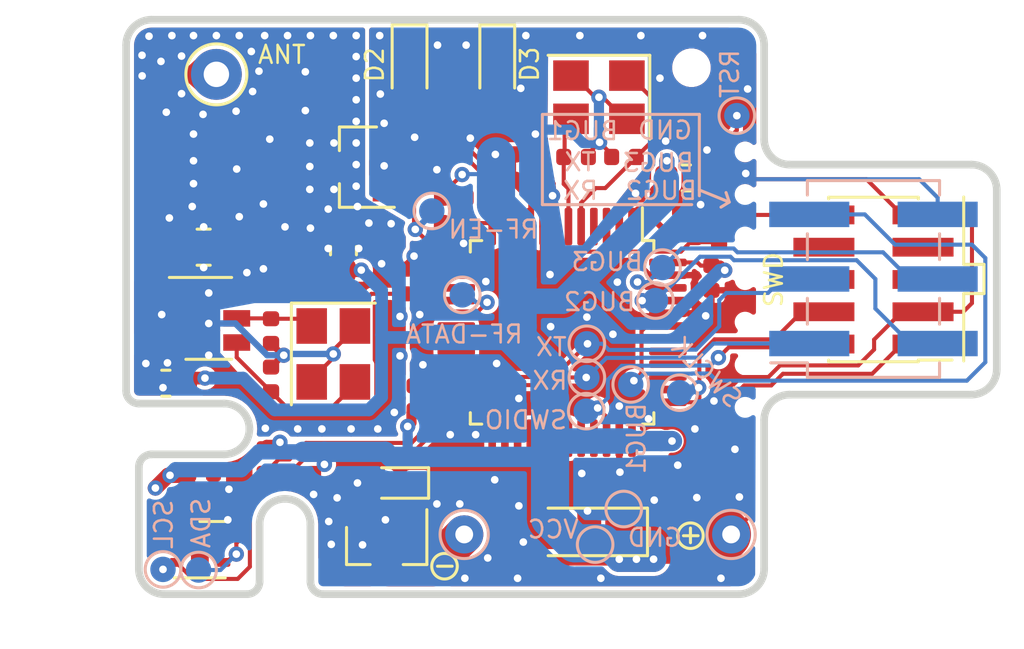
<source format=kicad_pcb>
(kicad_pcb (version 20171130) (host pcbnew 5.1.5-52549c5~84~ubuntu19.10.1)
  (title_block (title "Humidity Sensor") (date 2019-12-08) (rev 0.1))
  (layers (0 F.Cu signal) (31 B.Cu signal) (34 B.Paste user hide) (35 F.Paste user hide) (36 B.SilkS user hide) (37 F.SilkS user) (38 B.Mask user) (39 F.Mask user) (44 Edge.Cuts user))
  (net 0 "")
  (net 1 "Net-(U1-Pad42)")
  (net 2 "Net-(U1-Pad41)")
  (net 3 "Net-(U1-Pad40)")
  (net 4 "Net-(U1-Pad39)")
  (net 5 "Net-(U1-Pad38)")
  (net 6 "Net-(U1-Pad33)")
  (net 7 "Net-(U1-Pad32)")
  (net 8 "Net-(U1-Pad31)")
  (net 9 "Net-(U1-Pad30)")
  (net 10 "Net-(U1-Pad29)")
  (net 11 "Net-(U1-Pad28)")
  (net 12 "Net-(U1-Pad25)")
  (net 13 "Net-(U1-Pad20)")
  (net 14 "Net-(U1-Pad19)")
  (net 15 "Net-(U1-Pad18)")
  (net 16 "Net-(U1-Pad15)")
  (net 17 "Net-(U1-Pad14)")
  (net 18 "Net-(U1-Pad4)")
  (net 19 "Net-(U1-Pad3)")
  (net 20 "Net-(U1-Pad2)")
  (net 21 "Net-(U2-Pad5)")
  (net 22 "Net-(AE1-Pad1)")
  (net 23 "Net-(C1-Pad1)")
  (net 24 "Net-(C2-Pad2)")
  (net 25 GND)
  (net 26 "Net-(J1-Pad8)")
  (net 27 "Net-(J1-Pad7)")
  (net 28 "Net-(J1-Pad6)")
  (net 29 "Net-(H1-Pad1)")
  (net 30 VCC)
  (net 31 GNDA)
  (net 32 "Net-(D2-Pad2)")
  (net 33 "Net-(R1-Pad1)")
  (net 34 "Net-(D3-Pad2)")
  (net 35 /SWCLK)
  (net 36 /SWDIO)
  (net 37 "Net-(R3-Pad1)")
  (net 38 "Net-(C5-Pad1)")
  (net 39 "Net-(C6-Pad2)")
  (net 40 /RF_EN)
  (net 41 /RF_DATA)
  (net 42 "Net-(C17-Pad1)")
  (net 43 "Net-(C19-Pad2)")
  (net 44 "Net-(C20-Pad1)")
  (net 45 /HUM_SDA)
  (net 46 /HUM_SCL)
  (net 47 /UART_RX)
  (net 48 /UART_TX)
  (net 49 /DEBUG_1)
  (net 50 /DEBUG_3)
  (net 51 /DEBUG_2)
  (net 52 "Net-(C25-Pad1)")
  (net 53 "Net-(R10-Pad1)")
  (net 54 "Net-(R10-Pad2)")
  (module Fiducial:Fiducial_0.5mm_Mask1mm (layer F.Cu) (at 78.9 28.1)
    (fp_text reference FID3 hide)
    (fp_text value Fiducial hide)
    (pad "" smd circle (at 0 0) (size 0.5 0.5) (layers F.Cu F.Mask) (clearance 0.35))
  )
  (module Fiducial:Fiducial_0.5mm_Mask1mm (layer F.Cu) (at 78.95 49.05)
    (fp_text reference FID2 hide)
    (fp_text value Fiducial hide)
    (pad "" smd circle (at 0 0) (size 0.5 0.5) (layers F.Cu F.Mask) (clearance 0.35))
  )
  (module Fiducial:Fiducial_0.5mm_Mask1mm (layer F.Cu) (at 62.7 49.05)
    (fp_text reference FID1 hide)
    (fp_text value Fiducial hide)
    (pad "" smd circle (at 0 0) (size 0.5 0.5) (layers F.Cu F.Mask) (clearance 0.35))
  )
  (module NPTH:NPTH-1.2mm (layer F.Cu) (at 76.89 29.19)
    (fp_text reference REF** hide)
    (fp_text value NPTH-1.2mm hide)
    (pad "" np_thru_hole circle (at 0 0) (size 1.2 1.2) (drill 1.2) (layers *.Cu *.Mask))
  )
  (module Symbol:OSHW-Symbol_6.7x6mm_Copper (layer B.Cu) (at 59.6 33.975 180)
    (fp_text reference REF** hide)
    (fp_text value OSHW-Symbol_6.7x6mm_Copper hide)
  )
  (module TestPoint:TestPoint_Pad_D1.0mm (layer B.Cu) (at 74.225 46.55 90)
    (fp_text reference TP14 hide)
    (fp_text value TP_GND hide)
    (pad 1 smd circle (at 0 0 90) (size 1 1) (layers B.Cu B.Mask) (net 25 GND))
  )
  (module TestPoint:TestPoint_Pad_D1.0mm (layer B.Cu) (at 73.1 47.95 90)
    (fp_text reference TP13 hide)
    (fp_text value TP_VCC hide)
    (pad 1 smd circle (at 0 0 90) (size 1 1) (layers B.Cu B.Mask) (net 30 VCC))
  )
  (module Resistor_SMD:R_0402_1005Metric (layer F.Cu) (at 67.535 35.3 180)
    (fp_text reference R10 hide)
    (fp_text value 100K hide)
    (pad 2 smd roundrect (at 0.485 0 180) (size 0.59 0.64) (layers F.Cu F.Paste F.Mask) (net 54 "Net-(R10-Pad2)"))
    (pad 1 smd roundrect (at -0.485 0 180) (size 0.59 0.64) (layers F.Cu F.Paste F.Mask) (net 53 "Net-(R10-Pad1)"))
  )
  (module Resistor_SMD:R_0402_1005Metric (layer F.Cu) (at 67.54 34.3)
    (fp_text reference R9 hide)
    (fp_text value 100K hide)
    (pad 2 smd roundrect (at 0.485 0) (size 0.59 0.64) (layers F.Cu F.Paste F.Mask) (net 53 "Net-(R10-Pad1)"))
    (pad 1 smd roundrect (at -0.485 0) (size 0.59 0.64) (layers F.Cu F.Paste F.Mask) (net 30 VCC))
  )
  (module Capacitor_SMD:C_0402_1005Metric (layer F.Cu) (at 77.975 35.565 90)
    (fp_text reference C25 hide)
    (fp_text value 0.1uF hide)
    (pad 2 smd roundrect (at 0.485 0 90) (size 0.59 0.64) (layers F.Cu F.Paste F.Mask) (net 25 GND))
    (pad 1 smd roundrect (at -0.485 0 90) (size 0.59 0.64) (layers F.Cu F.Paste F.Mask) (net 52 "Net-(C25-Pad1)"))
  )
  (module TestPoint:TestPoint_Pad_D1.0mm (layer B.Cu) (at 78.675 31.075)
    (fp_text reference TP12 hide)
    (fp_text value TP_nRST hide)
    (pad 1 smd circle (at 0 0) (size 1 1) (layers B.Cu B.Mask) (net 52 "Net-(C25-Pad1)"))
  )
  (module TestPoint:TestPoint_Pad_D1.0mm (layer B.Cu) (at 76.425 41.975)
    (fp_text reference TP11 hide)
    (fp_text value TP_SWDCLK hide)
    (pad 1 smd circle (at 0 0) (size 1 1) (layers B.Cu B.Mask) (net 35 /SWCLK))
  )
  (module TestPoint:TestPoint_Pad_D1.0mm (layer B.Cu) (at 72.75 42.7)
    (fp_text reference TP10 hide)
    (fp_text value TP_SWDIO hide)
    (pad 1 smd circle (at 0 0) (size 1 1) (layers B.Cu B.Mask) (net 36 /SWDIO))
  )
  (module Capacitor_SMD:C_0402_1005Metric (layer F.Cu) (at 55.5 39.585 90)
    (fp_text reference C14 hide)
    (fp_text value 0.1uF hide)
    (pad 1 smd roundrect (at -0.485 0 90) (size 0.59 0.64) (layers F.Cu F.Paste F.Mask) (net 30 VCC))
    (pad 2 smd roundrect (at 0.485 0 90) (size 0.59 0.64) (layers F.Cu F.Paste F.Mask) (net 31 GNDA))
  )
  (module TestPoint:TestPoint_Pad_D1.0mm (layer B.Cu) (at 75.75 37.05 180)
    (fp_text reference TP9 hide)
    (fp_text value TP_DEBUG_3 hide)
    (pad 1 smd circle (at 0 0 180) (size 1 1) (layers B.Cu B.Mask) (net 50 /DEBUG_3))
  )
  (module TestPoint:TestPoint_Pad_D1.0mm (layer B.Cu) (at 75.475 38.35 180)
    (fp_text reference TP8 hide)
    (fp_text value TP_DEBUG_2 hide)
    (pad 1 smd circle (at 0 0 180) (size 1 1) (layers B.Cu B.Mask) (net 51 /DEBUG_2))
  )
  (module TestPoint:TestPoint_Pad_D1.0mm (layer B.Cu) (at 74.5 41.65 180)
    (fp_text reference TP7 hide)
    (fp_text value TP_DEBUG_1 hide)
    (pad 1 smd circle (at 0 0 180) (size 1 1) (layers B.Cu B.Mask) (net 49 /DEBUG_1))
  )
  (module TestPoint:TestPoint_Pad_D1.0mm (layer B.Cu) (at 72.775 40.05)
    (fp_text reference TP5 hide)
    (fp_text value TP_UART_TX hide)
    (pad 1 smd circle (at 0 0) (size 1 1) (layers B.Cu B.Mask) (net 48 /UART_TX))
  )
  (module TestPoint:TestPoint_Pad_D1.0mm (layer B.Cu) (at 56.1 48.925 180)
    (fp_text reference TP4 hide)
    (fp_text value TP_HUM_SCL hide)
    (pad 1 smd circle (at 0 0 180) (size 1 1) (layers B.Cu B.Mask) (net 46 /HUM_SCL))
  )
  (module TestPoint:TestPoint_Pad_D1.0mm (layer B.Cu) (at 57.5 48.95 180)
    (fp_text reference TP3 hide)
    (fp_text value TP_HUM_SDA hide)
    (pad 1 smd circle (at 0 0 180) (size 1 1) (layers B.Cu B.Mask) (net 45 /HUM_SDA))
  )
  (module TestPoint:TestPoint_Pad_D1.0mm (layer B.Cu) (at 67.875 38.125 180)
    (fp_text reference TP2 hide)
    (fp_text value TP_RF_DATA hide)
    (pad 1 smd circle (at 0 0 180) (size 1 1) (layers B.Cu B.Mask) (net 41 /RF_DATA))
  )
  (module TestPoint:TestPoint_Pad_D1.0mm (layer B.Cu) (at 66.675 34.825 180)
    (fp_text reference TP1 hide)
    (fp_text value TP_RF_EN hide)
    (pad 1 smd circle (at 0 0 180) (size 1 1) (layers B.Cu B.Mask) (net 40 /RF_EN))
  )
  (module TestPoint:TestPoint_Pad_D1.0mm (layer B.Cu) (at 72.775 41.375)
    (fp_text reference TP6 hide)
    (fp_text value TP_UART_RX hide)
    (pad 1 smd circle (at 0 0) (size 1 1) (layers B.Cu B.Mask) (net 47 /UART_RX))
  )
  (module Connector_PinHeader_2.54mm:PinHeader_2x03_P2.54mm_Vertical_SMD (layer B.Cu) (at 84.05 37.5)
    (fp_text reference J2 hide)
    (fp_text value Conn_02x03_Odd_Even hide)
    (pad 1 smd rect (at -2.525 2.54) (size 3.15 1) (layers B.Cu B.Paste B.Mask) (net 47 /UART_RX))
    (pad 2 smd rect (at 2.525 2.54) (size 3.15 1) (layers B.Cu B.Paste B.Mask) (net 51 /DEBUG_2))
    (pad 3 smd rect (at -2.525 0) (size 3.15 1) (layers B.Cu B.Paste B.Mask) (net 48 /UART_TX))
    (pad 4 smd rect (at 2.525 0) (size 3.15 1) (layers B.Cu B.Paste B.Mask) (net 50 /DEBUG_3))
    (pad 5 smd rect (at -2.525 -2.54) (size 3.15 1) (layers B.Cu B.Paste B.Mask) (net 49 /DEBUG_1))
    (pad 6 smd rect (at 2.525 -2.54) (size 3.15 1) (layers B.Cu B.Paste B.Mask) (net 25 GND))
  )
  (module NPTH:NPTH-0.5mm (layer F.Cu) (at 79 37.525)
    (fp_text reference REF** hide)
    (fp_text value NPTH-0.5mm hide)
    (pad "" np_thru_hole circle (at 0 0) (size 0.5 0.5) (drill 0.5) (layers *.Cu *.Mask))
  )
  (module NPTH:NPTH-0.5mm (layer F.Cu) (at 79 42.55)
    (fp_text reference REF** hide)
    (fp_text value NPTH-0.5mm hide)
    (pad "" np_thru_hole circle (at 0 0) (size 0.5 0.5) (drill 0.5) (layers *.Cu *.Mask))
  )
  (module NPTH:NPTH-0.5mm (layer F.Cu) (at 79 40.875)
    (fp_text reference REF** hide)
    (fp_text value NPTH-0.5mm hide)
    (pad "" np_thru_hole circle (at 0 0) (size 0.5 0.5) (drill 0.5) (layers *.Cu *.Mask))
  )
  (module NPTH:NPTH-0.5mm (layer F.Cu) (at 79 39.2)
    (fp_text reference REF** hide)
    (fp_text value NPTH-0.5mm hide)
    (pad "" np_thru_hole circle (at 0 0) (size 0.5 0.5) (drill 0.5) (layers *.Cu *.Mask))
  )
  (module NPTH:NPTH-0.5mm (layer F.Cu) (at 79 35.85)
    (fp_text reference REF** hide)
    (fp_text value NPTH-0.5mm hide)
    (pad "" np_thru_hole circle (at 0 0) (size 0.5 0.5) (drill 0.5) (layers *.Cu *.Mask))
  )
  (module NPTH:NPTH-0.5mm (layer F.Cu) (at 79 34.175)
    (fp_text reference REF** hide)
    (fp_text value NPTH-0.5mm hide)
    (pad "" np_thru_hole circle (at 0 0) (size 0.5 0.5) (drill 0.5) (layers *.Cu *.Mask))
  )
  (module NPTH:NPTH-0.5mm (layer F.Cu) (at 79 32.5)
    (fp_text reference REF** hide)
    (fp_text value NPTH-0.5mm hide)
    (pad "" np_thru_hole circle (at 0 0) (size 0.5 0.5) (drill 0.5) (layers *.Cu *.Mask))
  )
  (module Resistor_SMD:R_0402_1005Metric (layer F.Cu) (at 61.54 45.175 180)
    (fp_text reference R8 hide)
    (fp_text value 10K hide)
    (pad 2 smd roundrect (at 0.485 0 180) (size 0.59 0.64) (layers F.Cu F.Paste F.Mask) (net 46 /HUM_SCL))
    (pad 1 smd roundrect (at -0.485 0 180) (size 0.59 0.64) (layers F.Cu F.Paste F.Mask) (net 30 VCC))
  )
  (module Resistor_SMD:R_0402_1005Metric (layer F.Cu) (at 60.1 44.66 270)
    (fp_text reference R7 hide)
    (fp_text value 10K hide)
    (pad 2 smd roundrect (at 0.485 0 270) (size 0.59 0.64) (layers F.Cu F.Paste F.Mask) (net 45 /HUM_SDA))
    (pad 1 smd roundrect (at -0.485 0 270) (size 0.59 0.64) (layers F.Cu F.Paste F.Mask) (net 30 VCC))
  )
  (module Resistor_SMD:R_0402_1005Metric (layer F.Cu) (at 76.535 35.85)
    (fp_text reference R6 hide)
    (fp_text value 100K hide)
    (pad 2 smd roundrect (at 0.485 0) (size 0.59 0.64) (layers F.Cu F.Paste F.Mask) (net 52 "Net-(C25-Pad1)"))
    (pad 1 smd roundrect (at -0.485 0) (size 0.59 0.64) (layers F.Cu F.Paste F.Mask) (net 30 VCC))
  )
  (module Inductor_SMD:L_0402_1005Metric (layer F.Cu) (at 55.5 32.85 270)
    (fp_text reference L2 hide)
    (fp_text value 68nH hide)
    (pad 2 smd roundrect (at 0.485 0 270) (size 0.59 0.64) (layers F.Cu F.Paste F.Mask) (net 44 "Net-(C20-Pad1)"))
    (pad 1 smd roundrect (at -0.485 0 270) (size 0.59 0.64) (layers F.Cu F.Paste F.Mask) (net 22 "Net-(AE1-Pad1)"))
  )
  (module Capacitor_SMD:C_0603_1608Metric (layer F.Cu) (at 63.2 36.3875 90)
    (fp_text reference C24 hide)
    (fp_text value 10uF hide)
    (pad 1 smd roundrect (at -0.7875 0 90) (size 0.875 0.95) (layers F.Cu F.Paste F.Mask) (net 30 VCC))
    (pad 2 smd roundrect (at 0.7875 0 90) (size 0.875 0.95) (layers F.Cu F.Paste F.Mask) (net 31 GNDA))
  )
  (module Capacitor_Tantalum_SMD:CP_EIA-3216-18_Kemet-A (layer F.Cu) (at 72.85 47.45 180)
    (fp_text reference C3 hide)
    (fp_text value "22uF 10V" hide)
    (pad 2 smd roundrect (at 1.35 0 180) (size 1.4 1.35) (layers F.Cu F.Paste F.Mask) (roundrect_rratio 0.185185) (net 25 GND))
    (pad 1 smd roundrect (at -1.35 0 180) (size 1.4 1.35) (layers F.Cu F.Paste F.Mask) (roundrect_rratio 0.185185) (net 30 VCC))
  )
  (module Inductor_SMD:L_0805_2012Metric (layer F.Cu) (at 57.7 36.25 180)
    (fp_text reference L1 hide)
    (fp_text value 820nH hide)
    (pad 1 smd roundrect (at -0.9375 0 180) (size 0.975 1.4) (layers F.Cu F.Paste F.Mask) (net 42 "Net-(C17-Pad1)"))
    (pad 2 smd roundrect (at 0.9375 0 180) (size 0.975 1.4) (layers F.Cu F.Paste F.Mask) (net 43 "Net-(C19-Pad2)"))
  )
  (module Capacitor_SMD:C_0402_1005Metric (layer F.Cu) (at 55.985 31.4 180)
    (fp_text reference C23 hide)
    (fp_text value "4.7pF C0G" hide)
    (pad 2 smd roundrect (at 0.485 0 180) (size 0.59 0.64) (layers F.Cu F.Paste F.Mask) (net 22 "Net-(AE1-Pad1)"))
    (pad 1 smd roundrect (at -0.485 0 180) (size 0.59 0.64) (layers F.Cu F.Paste F.Mask) (net 31 GNDA))
  )
  (module Resistor_SMD:R_0402_1005Metric (layer F.Cu) (at 60.9 36.765 90)
    (fp_text reference R5 hide)
    (fp_text value 0R hide)
    (pad 1 smd roundrect (at -0.485 0 90) (size 0.59 0.64) (layers F.Cu F.Paste F.Mask) (net 30 VCC))
    (pad 2 smd roundrect (at 0.485 0 90) (size 0.59 0.64) (layers F.Cu F.Paste F.Mask) (net 42 "Net-(C17-Pad1)"))
  )
  (module Resistor_SMD:R_0402_1005Metric (layer F.Cu) (at 65.6 37.6 90)
    (fp_text reference R4 hide)
    (fp_text value 100K hide)
    (pad 2 smd roundrect (at 0.485 0 90) (size 0.59 0.64) (layers F.Cu F.Paste F.Mask) (net 25 GND))
    (pad 1 smd roundrect (at -0.485 0 90) (size 0.59 0.64) (layers F.Cu F.Paste F.Mask) (net 41 /RF_DATA))
  )
  (module Capacitor_SMD:C_0402_1005Metric (layer F.Cu) (at 56.5 32.85 90)
    (fp_text reference C22 hide)
    (fp_text value DNU hide)
    (pad 2 smd roundrect (at 0.485 0 90) (size 0.59 0.64) (layers F.Cu F.Paste F.Mask) (net 22 "Net-(AE1-Pad1)"))
    (pad 1 smd roundrect (at -0.485 0 90) (size 0.59 0.64) (layers F.Cu F.Paste F.Mask) (net 44 "Net-(C20-Pad1)"))
  )
  (module Capacitor_SMD:C_0402_1005Metric (layer F.Cu) (at 55.985 34.3 180)
    (fp_text reference C21 hide)
    (fp_text value DNU hide)
    (pad 2 smd roundrect (at 0.485 0 180) (size 0.59 0.64) (layers F.Cu F.Paste F.Mask) (net 44 "Net-(C20-Pad1)"))
    (pad 1 smd roundrect (at -0.485 0 180) (size 0.59 0.64) (layers F.Cu F.Paste F.Mask) (net 31 GNDA))
  )
  (module Capacitor_SMD:C_0402_1005Metric (layer F.Cu) (at 55.5 35.75 270)
    (fp_text reference C20 hide)
    (fp_text value "12pF C0G" hide)
    (pad 2 smd roundrect (at 0.485 0 270) (size 0.59 0.64) (layers F.Cu F.Paste F.Mask) (net 43 "Net-(C19-Pad2)"))
    (pad 1 smd roundrect (at -0.485 0 270) (size 0.59 0.64) (layers F.Cu F.Paste F.Mask) (net 44 "Net-(C20-Pad1)"))
  )
  (module Capacitor_SMD:C_0402_1005Metric (layer F.Cu) (at 55.5 37.665 90)
    (fp_text reference C19 hide)
    (fp_text value DNU hide)
    (pad 2 smd roundrect (at 0.485 0 90) (size 0.59 0.64) (layers F.Cu F.Paste F.Mask) (net 43 "Net-(C19-Pad2)"))
    (pad 1 smd roundrect (at -0.485 0 90) (size 0.59 0.64) (layers F.Cu F.Paste F.Mask) (net 31 GNDA))
  )
  (module Capacitor_SMD:C_0402_1005Metric (layer F.Cu) (at 59.9 35.8 90)
    (fp_text reference C17 hide)
    (fp_text value DNU hide)
    (pad 1 smd roundrect (at -0.485 0 90) (size 0.59 0.64) (layers F.Cu F.Paste F.Mask) (net 42 "Net-(C17-Pad1)"))
    (pad 2 smd roundrect (at 0.485 0 90) (size 0.59 0.64) (layers F.Cu F.Paste F.Mask) (net 31 GNDA))
  )
  (module Capacitor_SMD:C_0402_1005Metric (layer F.Cu) (at 61.9 36.765 90)
    (fp_text reference C15 hide)
    (fp_text value "100pF C0G" hide)
    (pad 1 smd roundrect (at -0.485 0 90) (size 0.59 0.64) (layers F.Cu F.Paste F.Mask) (net 30 VCC))
    (pad 2 smd roundrect (at 0.485 0 90) (size 0.59 0.64) (layers F.Cu F.Paste F.Mask) (net 31 GNDA))
  )
  (module Capacitor_SMD:C_0603_1608Metric (layer F.Cu) (at 56.2125 41.6 180)
    (fp_text reference C13 hide)
    (fp_text value 10uF hide)
    (pad 2 smd roundrect (at 0.7875 0 180) (size 0.875 0.95) (layers F.Cu F.Paste F.Mask) (net 31 GNDA))
    (pad 1 smd roundrect (at -0.7875 0 180) (size 0.875 0.95) (layers F.Cu F.Paste F.Mask) (net 30 VCC))
  )
  (module Diode_SMD:D_SOD-523 (layer F.Cu) (at 65.4 45.525 180)
    (fp_text reference D1 hide)
    (fp_text value TVS hide)
    (pad 2 smd rect (at 0.7 0) (size 0.6 0.7) (layers F.Cu F.Paste F.Mask) (net 25 GND))
    (pad 1 smd rect (at -0.7 0) (size 0.6 0.7) (layers F.Cu F.Paste F.Mask) (net 30 VCC))
  )
  (module Package_TO_SOT_SMD:SOT-23 (layer F.Cu) (at 64.9 47.975 270)
    (fp_text reference Q1 hide)
    (fp_text value Q_NMOS_GSD hide)
    (pad 1 smd rect (at -1 -0.95 270) (size 0.9 0.8) (layers F.Cu F.Paste F.Mask) (net 30 VCC))
    (pad 2 smd rect (at -1 0.95 270) (size 0.9 0.8) (layers F.Cu F.Paste F.Mask) (net 25 GND))
    (pad 3 smd rect (at 1 0 270) (size 0.9 0.8) (layers F.Cu F.Paste F.Mask) (net 29 "Net-(H1-Pad1)"))
  )
  (module Crystal:Crystal_SMD_3225-4Pin_3.2x2.5mm (layer F.Cu) (at 73.25 30.35 180)
    (fp_text reference Y2 hide)
    (fp_text value DNU hide)
    (pad 4 smd rect (at -1.1 -0.85 180) (size 1.4 1.2) (layers F.Cu F.Paste F.Mask) (net 25 GND))
    (pad 3 smd rect (at 1.1 -0.85 180) (size 1.4 1.2) (layers F.Cu F.Paste F.Mask) (net 39 "Net-(C6-Pad2)"))
    (pad 2 smd rect (at 1.1 0.85 180) (size 1.4 1.2) (layers F.Cu F.Paste F.Mask) (net 25 GND))
    (pad 1 smd rect (at -1.1 0.85 180) (size 1.4 1.2) (layers F.Cu F.Paste F.Mask) (net 38 "Net-(C5-Pad1)"))
  )
  (module Capacitor_SMD:C_0402_1005Metric (layer F.Cu) (at 57.6 46.35)
    (fp_text reference C18 hide)
    (fp_text value 0.1uF hide)
    (pad 1 smd roundrect (at -0.485 0) (size 0.59 0.64) (layers F.Cu F.Paste F.Mask) (net 30 VCC))
    (pad 2 smd roundrect (at 0.485 0) (size 0.59 0.64) (layers F.Cu F.Paste F.Mask) (net 25 GND))
  )
  (module Capacitor_SMD:C_0402_1005Metric (layer F.Cu) (at 57.6 45.15)
    (fp_text reference C16 hide)
    (fp_text value 1uF hide)
    (pad 1 smd roundrect (at -0.485 0) (size 0.59 0.64) (layers F.Cu F.Paste F.Mask) (net 30 VCC))
    (pad 2 smd roundrect (at 0.485 0) (size 0.59 0.64) (layers F.Cu F.Paste F.Mask) (net 25 GND))
  )
  (module Capacitor_SMD:C_0402_1005Metric (layer F.Cu) (at 75.475 44.335 270)
    (fp_text reference C12 hide)
    (fp_text value 0.1uF hide)
    (pad 2 smd roundrect (at 0.485 0 270) (size 0.59 0.64) (layers F.Cu F.Paste F.Mask) (net 25 GND))
    (pad 1 smd roundrect (at -0.485 0 270) (size 0.59 0.64) (layers F.Cu F.Paste F.Mask) (net 30 VCC))
  )
  (module Capacitor_SMD:C_0402_1005Metric (layer F.Cu) (at 70.35 33.6)
    (fp_text reference C11 hide)
    (fp_text value 0.1uF hide)
    (pad 2 smd roundrect (at 0.485 0) (size 0.59 0.64) (layers F.Cu F.Paste F.Mask) (net 25 GND))
    (pad 1 smd roundrect (at -0.485 0) (size 0.59 0.64) (layers F.Cu F.Paste F.Mask) (net 30 VCC))
  )
  (module Capacitor_SMD:C_0402_1005Metric (layer F.Cu) (at 77.675 37.46 270)
    (fp_text reference C10 hide)
    (fp_text value 0.1uF hide)
    (pad 2 smd roundrect (at 0.485 0 270) (size 0.59 0.64) (layers F.Cu F.Paste F.Mask) (net 25 GND))
    (pad 1 smd roundrect (at -0.485 0 270) (size 0.59 0.64) (layers F.Cu F.Paste F.Mask) (net 30 VCC))
  )
  (module Capacitor_SMD:C_0402_1005Metric (layer F.Cu) (at 70.365 32.6)
    (fp_text reference C9 hide)
    (fp_text value 1uF hide)
    (pad 2 smd roundrect (at 0.485 0) (size 0.59 0.64) (layers F.Cu F.Paste F.Mask) (net 25 GND))
    (pad 1 smd roundrect (at -0.485 0) (size 0.59 0.64) (layers F.Cu F.Paste F.Mask) (net 30 VCC))
  )
  (module Capacitor_SMD:C_0402_1005Metric (layer F.Cu) (at 66 42.19 90)
    (fp_text reference C8 hide)
    (fp_text value 0.1uF hide)
    (pad 2 smd roundrect (at 0.485 0 90) (size 0.59 0.64) (layers F.Cu F.Paste F.Mask) (net 25 GND))
    (pad 1 smd roundrect (at -0.485 0 90) (size 0.59 0.64) (layers F.Cu F.Paste F.Mask) (net 30 VCC))
  )
  (module Capacitor_SMD:C_0603_1608Metric (layer F.Cu) (at 76.6875 33.525)
    (fp_text reference C7 hide)
    (fp_text value 10uF hide)
    (pad 2 smd roundrect (at 0.7875 0) (size 0.875 0.95) (layers F.Cu F.Paste F.Mask) (net 25 GND))
    (pad 1 smd roundrect (at -0.7875 0) (size 0.875 0.95) (layers F.Cu F.Paste F.Mask) (net 30 VCC))
  )
  (module Capacitor_SMD:C_0402_1005Metric (layer F.Cu) (at 72.35 32.7 180)
    (fp_text reference C6 hide)
    (fp_text value DNU hide)
    (pad 2 smd roundrect (at 0.485 0 180) (size 0.59 0.64) (layers F.Cu F.Paste F.Mask) (net 39 "Net-(C6-Pad2)"))
    (pad 1 smd roundrect (at -0.485 0 180) (size 0.59 0.64) (layers F.Cu F.Paste F.Mask) (net 25 GND))
  )
  (module Capacitor_SMD:C_0402_1005Metric (layer F.Cu) (at 74.235 32.7 180)
    (fp_text reference C5 hide)
    (fp_text value DNU hide)
    (pad 2 smd roundrect (at 0.485 0 180) (size 0.59 0.64) (layers F.Cu F.Paste F.Mask) (net 25 GND))
    (pad 1 smd roundrect (at -0.485 0 180) (size 0.59 0.64) (layers F.Cu F.Paste F.Mask) (net 38 "Net-(C5-Pad1)"))
  )
  (module Capacitor_SMD:C_0402_1005Metric (layer F.Cu) (at 75.935 34.775)
    (fp_text reference C4 hide)
    (fp_text value 0.1uF hide)
    (pad 2 smd roundrect (at 0.485 0) (size 0.59 0.64) (layers F.Cu F.Paste F.Mask) (net 25 GND))
    (pad 1 smd roundrect (at -0.485 0) (size 0.59 0.64) (layers F.Cu F.Paste F.Mask) (net 30 VCC))
  )
  (module Resistor_SMD:R_0402_1005Metric (layer F.Cu) (at 68.025 29.935 90)
    (fp_text reference R3 hide)
    (fp_text value 300R hide)
    (pad 2 smd roundrect (at 0.485 0 90) (size 0.59 0.64) (layers F.Cu F.Paste F.Mask) (net 34 "Net-(D3-Pad2)"))
    (pad 1 smd roundrect (at -0.485 0 90) (size 0.59 0.64) (layers F.Cu F.Paste F.Mask) (net 37 "Net-(R3-Pad1)"))
  )
  (module Resistor_SMD:R_0402_1005Metric (layer F.Cu) (at 65.975 33.49 90)
    (fp_text reference R2 hide)
    (fp_text value 1M hide)
    (pad 2 smd roundrect (at 0.485 0 90) (size 0.59 0.64) (layers F.Cu F.Paste F.Mask) (net 25 GND))
    (pad 1 smd roundrect (at -0.485 0 90) (size 0.59 0.64) (layers F.Cu F.Paste F.Mask) (net 40 /RF_EN))
  )
  (module LED_SMD:LED_0603_1608Metric_Castellated (layer F.Cu) (at 69.25 29.1875 270)
    (fp_text reference D3 hide)
    (fp_text value LED hide)
    (pad 2 smd roundrect (at 0.8125 0 270) (size 1.225 0.85) (layers F.Cu F.Paste F.Mask) (net 34 "Net-(D3-Pad2)"))
    (pad 1 smd roundrect (at -0.8125 0 270) (size 1.225 0.85) (layers F.Cu F.Paste F.Mask) (net 25 GND))
  )
  (module Resistor_SMD:R_0402_1005Metric (layer F.Cu) (at 67.025 29.935 90)
    (fp_text reference R1 hide)
    (fp_text value 300R hide)
    (pad 2 smd roundrect (at 0.485 0 90) (size 0.59 0.64) (layers F.Cu F.Paste F.Mask) (net 32 "Net-(D2-Pad2)"))
    (pad 1 smd roundrect (at -0.485 0 90) (size 0.59 0.64) (layers F.Cu F.Paste F.Mask) (net 33 "Net-(R1-Pad1)"))
  )
  (module LED_SMD:LED_0603_1608Metric_Castellated (layer F.Cu) (at 65.8 29.1875 270)
    (fp_text reference D2 hide)
    (fp_text value LED hide)
    (pad 2 smd roundrect (at 0.8125 0 270) (size 1.225 0.85) (layers F.Cu F.Paste F.Mask) (net 32 "Net-(D2-Pad2)"))
    (pad 1 smd roundrect (at -0.8125 0 270) (size 1.225 0.85) (layers F.Cu F.Paste F.Mask) (net 25 GND))
  )
  (module Package_TO_SOT_SMD:SOT-23 (layer F.Cu) (at 63.8 33.1 180)
    (fp_text reference Q2 hide)
    (fp_text value Q_NMOS_GSD hide)
    (pad 3 smd rect (at 1 0 180) (size 0.9 0.8) (layers F.Cu F.Paste F.Mask) (net 31 GNDA))
    (pad 2 smd rect (at -1 0.95 180) (size 0.9 0.8) (layers F.Cu F.Paste F.Mask) (net 25 GND))
    (pad 1 smd rect (at -1 -0.95 180) (size 0.9 0.8) (layers F.Cu F.Paste F.Mask) (net 40 /RF_EN))
  )
  (module Connector_PinHeader_1.27mm:PinHeader_2x05_P1.27mm_Vertical_SMD (layer F.Cu) (at 84.05 37.52 180)
    (fp_text reference J1 hide)
    (fp_text value Conn_ARM_JTAG_SWD_10 hide)
    (pad 10 smd rect (at 1.95 2.54 180) (size 2.4 0.74) (layers F.Cu F.Paste F.Mask) (net 52 "Net-(C25-Pad1)"))
    (pad 9 smd rect (at -1.95 2.54 180) (size 2.4 0.74) (layers F.Cu F.Paste F.Mask) (net 25 GND))
    (pad 8 smd rect (at 1.95 1.27 180) (size 2.4 0.74) (layers F.Cu F.Paste F.Mask) (net 26 "Net-(J1-Pad8)"))
    (pad 7 smd rect (at -1.95 1.27 180) (size 2.4 0.74) (layers F.Cu F.Paste F.Mask) (net 27 "Net-(J1-Pad7)"))
    (pad 6 smd rect (at 1.95 0 180) (size 2.4 0.74) (layers F.Cu F.Paste F.Mask) (net 28 "Net-(J1-Pad6)"))
    (pad 5 smd rect (at -1.95 0 180) (size 2.4 0.74) (layers F.Cu F.Paste F.Mask) (net 25 GND))
    (pad 4 smd rect (at 1.95 -1.27 180) (size 2.4 0.74) (layers F.Cu F.Paste F.Mask) (net 35 /SWCLK))
    (pad 3 smd rect (at -1.95 -1.27 180) (size 2.4 0.74) (layers F.Cu F.Paste F.Mask) (net 25 GND))
    (pad 2 smd rect (at 1.95 -2.54 180) (size 2.4 0.74) (layers F.Cu F.Paste F.Mask) (net 36 /SWDIO))
    (pad 1 smd rect (at -1.95 -2.54 180) (size 2.4 0.74) (layers F.Cu F.Paste F.Mask) (net 30 VCC))
  )
  (module Capacitor_SMD:C_0402_1005Metric (layer F.Cu) (at 60.35 41.45 270)
    (fp_text reference C2 hide)
    (fp_text value "10pF C0G" hide)
    (pad 2 smd roundrect (at 0.485 0 270) (size 0.59 0.64) (layers F.Cu F.Paste F.Mask) (net 24 "Net-(C2-Pad2)"))
    (pad 1 smd roundrect (at -0.485 0 270) (size 0.59 0.64) (layers F.Cu F.Paste F.Mask) (net 31 GNDA))
  )
  (module Capacitor_SMD:C_0402_1005Metric (layer F.Cu) (at 60.35 39.55 270)
    (fp_text reference C1 hide)
    (fp_text value "10pF C0G" hide)
    (pad 2 smd roundrect (at 0.485 0 270) (size 0.59 0.64) (layers F.Cu F.Paste F.Mask) (net 31 GNDA))
    (pad 1 smd roundrect (at -0.485 0 270) (size 0.59 0.64) (layers F.Cu F.Paste F.Mask) (net 23 "Net-(C1-Pad1)"))
  )
  (module Crystal:Crystal_SMD_3225-4Pin_3.2x2.5mm (layer F.Cu) (at 62.8 40.45 270)
    (fp_text reference Y1 hide)
    (fp_text value 13.56MHz hide)
    (pad 4 smd rect (at -1.1 -0.85 270) (size 1.4 1.2) (layers F.Cu F.Paste F.Mask) (net 31 GNDA))
    (pad 3 smd rect (at 1.1 -0.85 270) (size 1.4 1.2) (layers F.Cu F.Paste F.Mask) (net 24 "Net-(C2-Pad2)"))
    (pad 2 smd rect (at 1.1 0.85 270) (size 1.4 1.2) (layers F.Cu F.Paste F.Mask) (net 31 GNDA))
    (pad 1 smd rect (at -1.1 0.85 270) (size 1.4 1.2) (layers F.Cu F.Paste F.Mask) (net 23 "Net-(C1-Pad1)"))
  )
  (module TestPoint:TestPoint_THTPad_D2.0mm_Drill1.0mm (layer F.Cu) (at 58.2 29.45)
    (fp_text reference AE1 hide)
    (fp_text value Antenna hide)
    (pad 1 thru_hole circle (at 0 0) (size 2 2) (drill 1) (layers *.Cu *.Mask) (net 22 "Net-(AE1-Pad1)"))
  )
  (module TestPoint:TestPoint_THTPad_D1.5mm_Drill0.7mm (layer B.Cu) (at 78.45 47.55)
    (fp_text reference H2 hide)
    (fp_text value MountingHole_Pad hide)
    (pad 1 thru_hole circle (at 0 0) (size 1.5 1.5) (drill 0.7) (layers *.Cu *.Mask) (net 30 VCC))
  )
  (module TestPoint:TestPoint_THTPad_D1.5mm_Drill0.7mm (layer B.Cu) (at 67.95 47.55)
    (fp_text reference H1 hide)
    (fp_text value MountingHole_Pad hide)
    (pad 1 thru_hole circle (at 0 0) (size 1.5 1.5) (drill 0.7) (layers *.Cu *.Mask) (net 29 "Net-(H1-Pad1)"))
  )
  (module Package_TO_SOT_SMD:SOT-23-6 (layer F.Cu) (at 57.9 39.05)
    (fp_text reference U3 hide)
    (fp_text value SYN115 hide)
    (pad 1 smd rect (at -1.1 -0.95) (size 1.06 0.65) (layers F.Cu F.Paste F.Mask) (net 43 "Net-(C19-Pad2)"))
    (pad 2 smd rect (at -1.1 0) (size 1.06 0.65) (layers F.Cu F.Paste F.Mask) (net 31 GNDA))
    (pad 3 smd rect (at -1.1 0.95) (size 1.06 0.65) (layers F.Cu F.Paste F.Mask) (net 30 VCC))
    (pad 4 smd rect (at 1.1 0.95) (size 1.06 0.65) (layers F.Cu F.Paste F.Mask) (net 24 "Net-(C2-Pad2)"))
    (pad 6 smd rect (at 1.1 -0.95) (size 1.06 0.65) (layers F.Cu F.Paste F.Mask) (net 41 /RF_DATA))
    (pad 5 smd rect (at 1.1 0) (size 1.06 0.65) (layers F.Cu F.Paste F.Mask) (net 23 "Net-(C1-Pad1)"))
  )
  (module Sensor_Humidity:Sensirion_DFN-4-1EP_2x2mm_P1mm_EP0.7x1.6mm (layer F.Cu) (at 57.55 48.15)
    (fp_text reference U2 hide)
    (fp_text value SHTC3 hide)
    (pad 1 smd roundrect (at -0.925 -0.5) (size 0.55 0.35) (layers F.Cu F.Mask) (net 30 VCC))
    (pad 2 smd roundrect (at -0.925 0.5) (size 0.55 0.35) (layers F.Cu F.Mask) (net 46 /HUM_SCL))
    (pad 3 smd roundrect (at 0.925 0.5) (size 0.55 0.35) (layers F.Cu F.Mask) (net 45 /HUM_SDA))
    (pad 4 smd roundrect (at 0.925 -0.5) (size 0.55 0.35) (layers F.Cu F.Mask) (net 25 GND))
    (pad 5 smd roundrect (at 0 0) (size 0.7 1.6) (layers F.Cu F.Mask) (net 21 "Net-(U2-Pad5)"))
  )
  (module Package_QFP:LQFP-48_7x7mm_P0.5mm (layer F.Cu) (at 71.8 39.6 270)
    (fp_text reference U1 hide)
    (fp_text value STM32L051C8Tx hide)
    (pad 48 smd roundrect (at -2.75 -4.1625 270) (size 0.3 1.475) (layers F.Cu F.Paste F.Mask) (net 30 VCC))
    (pad 47 smd roundrect (at -2.25 -4.1625 270) (size 0.3 1.475) (layers F.Cu F.Paste F.Mask) (net 25 GND))
    (pad 46 smd roundrect (at -1.75 -4.1625 270) (size 0.3 1.475) (layers F.Cu F.Paste F.Mask) (net 50 /DEBUG_3))
    (pad 45 smd roundrect (at -1.25 -4.1625 270) (size 0.3 1.475) (layers F.Cu F.Paste F.Mask) (net 51 /DEBUG_2))
    (pad 44 smd roundrect (at -0.75 -4.1625 270) (size 0.3 1.475) (layers F.Cu F.Paste F.Mask) (net 25 GND))
    (pad 43 smd roundrect (at -0.25 -4.1625 270) (size 0.3 1.475) (layers F.Cu F.Paste F.Mask) (net 49 /DEBUG_1))
    (pad 42 smd roundrect (at 0.25 -4.1625 270) (size 0.3 1.475) (layers F.Cu F.Paste F.Mask) (net 1 "Net-(U1-Pad42)"))
    (pad 41 smd roundrect (at 0.75 -4.1625 270) (size 0.3 1.475) (layers F.Cu F.Paste F.Mask) (net 2 "Net-(U1-Pad41)"))
    (pad 40 smd roundrect (at 1.25 -4.1625 270) (size 0.3 1.475) (layers F.Cu F.Paste F.Mask) (net 3 "Net-(U1-Pad40)"))
    (pad 39 smd roundrect (at 1.75 -4.1625 270) (size 0.3 1.475) (layers F.Cu F.Paste F.Mask) (net 4 "Net-(U1-Pad39)"))
    (pad 38 smd roundrect (at 2.25 -4.1625 270) (size 0.3 1.475) (layers F.Cu F.Paste F.Mask) (net 5 "Net-(U1-Pad38)"))
    (pad 37 smd roundrect (at 2.75 -4.1625 270) (size 0.3 1.475) (layers F.Cu F.Paste F.Mask) (net 35 /SWCLK))
    (pad 36 smd roundrect (at 4.1625 -2.75 270) (size 1.475 0.3) (layers F.Cu F.Paste F.Mask) (net 30 VCC))
    (pad 35 smd roundrect (at 4.1625 -2.25 270) (size 1.475 0.3) (layers F.Cu F.Paste F.Mask) (net 25 GND))
    (pad 34 smd roundrect (at 4.1625 -1.75 270) (size 1.475 0.3) (layers F.Cu F.Paste F.Mask) (net 36 /SWDIO))
    (pad 33 smd roundrect (at 4.1625 -1.25 270) (size 1.475 0.3) (layers F.Cu F.Paste F.Mask) (net 6 "Net-(U1-Pad33)"))
    (pad 32 smd roundrect (at 4.1625 -0.75 270) (size 1.475 0.3) (layers F.Cu F.Paste F.Mask) (net 7 "Net-(U1-Pad32)"))
    (pad 31 smd roundrect (at 4.1625 -0.25 270) (size 1.475 0.3) (layers F.Cu F.Paste F.Mask) (net 8 "Net-(U1-Pad31)"))
    (pad 30 smd roundrect (at 4.1625 0.25 270) (size 1.475 0.3) (layers F.Cu F.Paste F.Mask) (net 9 "Net-(U1-Pad30)"))
    (pad 29 smd roundrect (at 4.1625 0.75 270) (size 1.475 0.3) (layers F.Cu F.Paste F.Mask) (net 10 "Net-(U1-Pad29)"))
    (pad 28 smd roundrect (at 4.1625 1.25 270) (size 1.475 0.3) (layers F.Cu F.Paste F.Mask) (net 11 "Net-(U1-Pad28)"))
    (pad 27 smd roundrect (at 4.1625 1.75 270) (size 1.475 0.3) (layers F.Cu F.Paste F.Mask) (net 45 /HUM_SDA))
    (pad 26 smd roundrect (at 4.1625 2.25 270) (size 1.475 0.3) (layers F.Cu F.Paste F.Mask) (net 46 /HUM_SCL))
    (pad 25 smd roundrect (at 4.1625 2.75 270) (size 1.475 0.3) (layers F.Cu F.Paste F.Mask) (net 12 "Net-(U1-Pad25)"))
    (pad 24 smd roundrect (at 2.75 4.1625 270) (size 0.3 1.475) (layers F.Cu F.Paste F.Mask) (net 30 VCC))
    (pad 23 smd roundrect (at 2.25 4.1625 270) (size 0.3 1.475) (layers F.Cu F.Paste F.Mask) (net 25 GND))
    (pad 22 smd roundrect (at 1.75 4.1625 270) (size 0.3 1.475) (layers F.Cu F.Paste F.Mask) (net 47 /UART_RX))
    (pad 21 smd roundrect (at 1.25 4.1625 270) (size 0.3 1.475) (layers F.Cu F.Paste F.Mask) (net 48 /UART_TX))
    (pad 20 smd roundrect (at 0.75 4.1625 270) (size 0.3 1.475) (layers F.Cu F.Paste F.Mask) (net 13 "Net-(U1-Pad20)"))
    (pad 19 smd roundrect (at 0.25 4.1625 270) (size 0.3 1.475) (layers F.Cu F.Paste F.Mask) (net 14 "Net-(U1-Pad19)"))
    (pad 18 smd roundrect (at -0.25 4.1625 270) (size 0.3 1.475) (layers F.Cu F.Paste F.Mask) (net 15 "Net-(U1-Pad18)"))
    (pad 17 smd roundrect (at -0.75 4.1625 270) (size 0.3 1.475) (layers F.Cu F.Paste F.Mask) (net 41 /RF_DATA))
    (pad 16 smd roundrect (at -1.25 4.1625 270) (size 0.3 1.475) (layers F.Cu F.Paste F.Mask) (net 40 /RF_EN))
    (pad 15 smd roundrect (at -1.75 4.1625 270) (size 0.3 1.475) (layers F.Cu F.Paste F.Mask) (net 16 "Net-(U1-Pad15)"))
    (pad 14 smd roundrect (at -2.25 4.1625 270) (size 0.3 1.475) (layers F.Cu F.Paste F.Mask) (net 17 "Net-(U1-Pad14)"))
    (pad 13 smd roundrect (at -2.75 4.1625 270) (size 0.3 1.475) (layers F.Cu F.Paste F.Mask) (net 54 "Net-(R10-Pad2)"))
    (pad 12 smd roundrect (at -4.1625 2.75 270) (size 1.475 0.3) (layers F.Cu F.Paste F.Mask) (net 53 "Net-(R10-Pad1)"))
    (pad 11 smd roundrect (at -4.1625 2.25 270) (size 1.475 0.3) (layers F.Cu F.Paste F.Mask) (net 33 "Net-(R1-Pad1)"))
    (pad 10 smd roundrect (at -4.1625 1.75 270) (size 1.475 0.3) (layers F.Cu F.Paste F.Mask) (net 37 "Net-(R3-Pad1)"))
    (pad 9 smd roundrect (at -4.1625 1.25 270) (size 1.475 0.3) (layers F.Cu F.Paste F.Mask) (net 30 VCC))
    (pad 8 smd roundrect (at -4.1625 0.75 270) (size 1.475 0.3) (layers F.Cu F.Paste F.Mask) (net 25 GND))
    (pad 7 smd roundrect (at -4.1625 0.25 270) (size 1.475 0.3) (layers F.Cu F.Paste F.Mask) (net 52 "Net-(C25-Pad1)"))
    (pad 6 smd roundrect (at -4.1625 -0.25 270) (size 1.475 0.3) (layers F.Cu F.Paste F.Mask) (net 39 "Net-(C6-Pad2)"))
    (pad 5 smd roundrect (at -4.1625 -0.75 270) (size 1.475 0.3) (layers F.Cu F.Paste F.Mask) (net 38 "Net-(C5-Pad1)"))
    (pad 4 smd roundrect (at -4.1625 -1.25 270) (size 1.475 0.3) (layers F.Cu F.Paste F.Mask) (net 18 "Net-(U1-Pad4)"))
    (pad 3 smd roundrect (at -4.1625 -1.75 270) (size 1.475 0.3) (layers F.Cu F.Paste F.Mask) (net 19 "Net-(U1-Pad3)"))
    (pad 2 smd roundrect (at -4.1625 -2.25 270) (size 1.475 0.3) (layers F.Cu F.Paste F.Mask) (net 20 "Net-(U1-Pad2)"))
    (pad 1 smd roundrect (at -4.1625 -2.75 270) (size 1.475 0.3) (layers F.Cu F.Paste F.Mask) (net 30 VCC))
  )
  (gr_poly (pts (xy 57.69 30.3) (xy 57 29.69) (xy 57 29.22) (xy 57.69 28.6)) (layer F.Cu) (width 0.01))
  (gr_text SWD (at 80.125 37.525 90) (layer F.SilkS) (effects (font (size 0.7 0.7) (thickness 0.1))))
  (gr_text D3 (at 70.525 29.05 90) (layer F.SilkS) (effects (font (size 0.7 0.7) (thickness 0.1))))
  (gr_text D2 (at 64.425 29.075 90) (layer F.SilkS) (effects (font (size 0.7 0.7) (thickness 0.1))))
  (gr_line (start 78.375 34.475) (end 78.05 34.675) (layer B.SilkS) (width 0.12))
  (gr_line (start 78.375 34.475) (end 78.25 34.1) (layer B.SilkS) (width 0.12))
  (gr_line (start 77.2 34) (end 78.375 34.475) (layer B.SilkS) (width 0.12))
  (gr_line (start 77.2 31.025) (end 71.025 31.025) (layer B.SilkS) (width 0.12))
  (gr_line (start 77.2 34.225) (end 77.2 31.025) (layer B.SilkS) (width 0.12))
  (gr_line (start 71.025 34.575) (end 76.9 34.575) (layer B.SilkS) (width 0.12))
  (gr_line (start 71.025 31.05) (end 71.025 34.575) (layer B.SilkS) (width 0.12))
  (gr_text RX (at 72.525 34.025) (layer B.SilkS) (effects (font (size 0.7 0.7) (thickness 0.1)) (justify mirror)))
  (gr_text BUG2 (at 75.7 34.025) (layer B.SilkS) (effects (font (size 0.7 0.7) (thickness 0.1)) (justify mirror)))
  (gr_text TX (at 72.5 32.9) (layer B.SilkS) (effects (font (size 0.7 0.7) (thickness 0.1)) (justify mirror)))
  (gr_text BUG3 (at 75.575 32.925) (layer B.SilkS) (effects (font (size 0.7 0.7) (thickness 0.1)) (justify mirror)))
  (gr_text GND (at 75.85 31.65) (layer B.SilkS) (effects (font (size 0.7 0.7) (thickness 0.1)) (justify mirror)))
  (gr_text BUG1 (at 72.6 31.675) (layer B.SilkS) (effects (font (size 0.7 0.7) (thickness 0.1)) (justify mirror)))
  (gr_text RST (at 78.4 29.425 90) (layer B.SilkS) (effects (font (size 0.7 0.7) (thickness 0.1)) (justify mirror)))
  (gr_text BUG1 (at 74.725 43.775 90) (layer B.SilkS) (effects (font (size 0.7 0.7) (thickness 0.1)) (justify mirror)))
  (gr_text RF-DATA (at 67.95 39.675) (layer B.SilkS) (effects (font (size 0.7 0.7) (thickness 0.1)) (justify mirror)))
  (gr_text RF-EN (at 69.1 35.55) (layer B.SilkS) (effects (font (size 0.7 0.7) (thickness 0.1)) (justify mirror)))
  (gr_text SDA (at 57.6 47.1 90) (layer B.SilkS) (effects (font (size 0.7 0.7) (thickness 0.1)) (justify mirror)))
  (gr_text SCL (at 56.125 47.15 90) (layer B.SilkS) (effects (font (size 0.7 0.7) (thickness 0.1)) (justify mirror)))
  (gr_text BUG3 (at 73.575 36.825) (layer B.SilkS) (effects (font (size 0.7 0.7) (thickness 0.1)) (justify mirror)))
  (gr_text BUG2 (at 73.275 38.4) (layer B.SilkS) (effects (font (size 0.7 0.7) (thickness 0.1)) (justify mirror)))
  (gr_text SWCLK (at 77.475 41.175 315) (layer B.SilkS) (effects (font (size 0.7 0.7) (thickness 0.1)) (justify mirror)))
  (gr_text TX (at 71.375 40.175) (layer B.SilkS) (effects (font (size 0.7 0.7) (thickness 0.1)) (justify mirror)))
  (gr_text RX (at 71.325 41.5) (layer B.SilkS) (effects (font (size 0.7 0.7) (thickness 0.1)) (justify mirror)))
  (gr_text SWDIO (at 70.375 43.05) (layer B.SilkS) (effects (font (size 0.7 0.7) (thickness 0.1)) (justify mirror)))
  (gr_text GND (at 75.45 47.675) (layer B.SilkS) (effects (font (size 0.7 0.7) (thickness 0.1)) (justify mirror)))
  (gr_text VCC (at 71.45 47.35) (layer B.SilkS) (effects (font (size 0.7 0.7) (thickness 0.1)) (justify mirror)))
  (gr_text ANT (at 60.775 28.675) (layer F.SilkS) (effects (font (size 0.7 0.7) (thickness 0.1))))
  (gr_circle (center 67.175 48.8) (end 67.4 48.35) (layer F.SilkS) (width 0.12))
  (gr_line (start 66.9 48.8) (end 67.475 48.8) (layer F.SilkS) (width 0.12))
  (gr_circle (center 76.85 47.6) (end 77.075 47.15) (layer F.SilkS) (width 0.12))
  (gr_line (start 76.85 47.875) (end 76.85 47.3) (layer F.SilkS) (width 0.12))
  (gr_line (start 76.575 47.6) (end 77.15 47.6) (layer F.SilkS) (width 0.12))
  (gr_line (start 54.65 41.9) (end 54.65 28.3) (layer Edge.Cuts) (width 0.3))
  (gr_line (start 61.9 49.4) (end 61.9 47.15) (layer Edge.Cuts) (width 0.3))
  (gr_line (start 79.75 48.9) (end 79.75 43.05) (layer Edge.Cuts) (width 0.3))
  (gr_arc (start 62.4 49.4) (end 61.9 49.4) (angle -90) (layer Edge.Cuts) (width 0.3))
  (gr_line (start 78.75 49.9) (end 62.4 49.9) (layer Edge.Cuts) (width 0.3))
  (gr_line (start 78.75 27.3) (end 55.65 27.3) (layer Edge.Cuts) (width 0.3))
  (gr_line (start 55.65 44.4) (end 58.5 44.4) (layer Edge.Cuts) (width 0.3))
  (gr_line (start 58.5 42.4) (end 55.15 42.4) (layer Edge.Cuts) (width 0.3))
  (gr_line (start 87.9 33) (end 80.75 33) (layer Edge.Cuts) (width 0.3))
  (gr_line (start 87.9 42.05) (end 80.75 42.05) (layer Edge.Cuts) (width 0.3))
  (gr_line (start 87.6 38.075) (end 87.6 40.725) (layer F.SilkS) (width 0.12))
  (gr_line (start 87.6 36.925) (end 87.6 34.275) (layer F.SilkS) (width 0.12))
  (gr_line (start 88.4 36.925) (end 87.6 36.925) (layer F.SilkS) (width 0.12))
  (gr_line (start 88.4 38.075) (end 88.4 36.925) (layer F.SilkS) (width 0.12))
  (gr_line (start 87.6 38.075) (end 88.4 38.075) (layer F.SilkS) (width 0.12))
  (gr_line (start 88.9 41.05) (end 88.9 34) (layer Edge.Cuts) (width 0.3))
  (gr_line (start 79.75 32) (end 79.75 28.3) (layer Edge.Cuts) (width 0.3))
  (gr_arc (start 87.9 41.05) (end 87.9 42.05) (angle -90) (layer Edge.Cuts) (width 0.3))
  (gr_arc (start 87.9 34) (end 88.9 34) (angle -90) (layer Edge.Cuts) (width 0.3))
  (gr_arc (start 80.75 32) (end 79.75 32) (angle -90) (layer Edge.Cuts) (width 0.3))
  (gr_arc (start 80.75 43.05) (end 80.75 42.05) (angle -90) (layer Edge.Cuts) (width 0.3))
  (gr_arc (start 55.15 41.9) (end 54.65 41.9) (angle -90) (layer Edge.Cuts) (width 0.3))
  (gr_line (start 55.15 44.9) (end 55.15 48.9) (layer Edge.Cuts) (width 0.3))
  (gr_arc (start 58.5 43.4) (end 58.5 44.4) (angle -90) (layer Edge.Cuts) (width 0.3))
  (gr_arc (start 58.5 43.4) (end 59.5 43.4) (angle -90) (layer Edge.Cuts) (width 0.3))
  (gr_arc (start 60.9 47.15) (end 61.9 47.15) (angle -90) (layer Edge.Cuts) (width 0.3))
  (gr_arc (start 60.9 47.15) (end 60.9 46.15) (angle -90) (layer Edge.Cuts) (width 0.3))
  (gr_arc (start 55.65 44.9) (end 55.65 44.4) (angle -90) (layer Edge.Cuts) (width 0.3))
  (gr_line (start 59.4 49.9) (end 56.15 49.9) (layer Edge.Cuts) (width 0.3))
  (gr_line (start 59.9 47.15) (end 59.9 49.4) (layer Edge.Cuts) (width 0.3))
  (gr_arc (start 59.4 49.4) (end 59.4 49.9) (angle -90) (layer Edge.Cuts) (width 0.3))
  (gr_arc (start 78.75 48.9) (end 78.75 49.9) (angle -90) (layer Edge.Cuts) (width 0.3))
  (gr_arc (start 78.75 28.3) (end 79.75 28.3) (angle -90) (layer Edge.Cuts) (width 0.3))
  (gr_arc (start 55.65 28.3) (end 55.65 27.3) (angle -90) (layer Edge.Cuts) (width 0.3))
  (gr_arc (start 56.15 48.9) (end 55.15 48.9) (angle -90) (layer Edge.Cuts) (width 0.3))
  (segment (start 56.5 32.365) (end 55.5 32.365) (width 0.5) (layer F.Cu) (net 22))
  (segment (start 55.5 32.365) (end 55.5 31.4) (width 0.5) (layer F.Cu) (net 22))
  (segment (start 55.5 31.4) (end 55.5 31.30241) (width 0.5) (layer F.Cu) (net 22))
  (segment (start 57 29.45) (end 58.2 29.45) (width 0.5) (layer F.Cu) (net 22))
  (segment (start 57 29.45) (end 56.852974 29.457222) (width 0.5) (layer F.Cu) (net 22))
  (segment (start 56.852974 29.457222) (end 56.707364 29.478822) (width 0.5) (layer F.Cu) (net 22))
  (segment (start 56.707364 29.478822) (end 56.564572 29.514589) (width 0.5) (layer F.Cu) (net 22))
  (segment (start 56.564572 29.514589) (end 56.425974 29.56418) (width 0.5) (layer F.Cu) (net 22))
  (segment (start 56.425974 29.56418) (end 56.292904 29.627118) (width 0.5) (layer F.Cu) (net 22))
  (segment (start 56.292904 29.627118) (end 56.166644 29.702795) (width 0.5) (layer F.Cu) (net 22))
  (segment (start 56.166644 29.702795) (end 56.04841 29.790484) (width 0.5) (layer F.Cu) (net 22))
  (segment (start 56.04841 29.790484) (end 55.939339 29.889339) (width 0.5) (layer F.Cu) (net 22))
  (segment (start 55.939339 29.889339) (end 55.840484 29.99841) (width 0.5) (layer F.Cu) (net 22))
  (segment (start 55.840484 29.99841) (end 55.752795 30.116644) (width 0.5) (layer F.Cu) (net 22))
  (segment (start 55.752795 30.116644) (end 55.677118 30.242904) (width 0.5) (layer F.Cu) (net 22))
  (segment (start 55.677118 30.242904) (end 55.61418 30.375974) (width 0.5) (layer F.Cu) (net 22))
  (segment (start 55.61418 30.375974) (end 55.564589 30.514572) (width 0.5) (layer F.Cu) (net 22))
  (segment (start 55.564589 30.514572) (end 55.528822 30.657364) (width 0.5) (layer F.Cu) (net 22))
  (segment (start 55.528822 30.657364) (end 55.507222 30.802974) (width 0.5) (layer F.Cu) (net 22))
  (segment (start 55.507222 30.802974) (end 55.5 30.95) (width 0.5) (layer F.Cu) (net 22))
  (segment (start 55.5 30.95) (end 55.5 31.4) (width 0.5) (layer F.Cu) (net 22))
  (segment (start 60.335 39.05) (end 60.35 39.065) (width 0.16) (layer F.Cu) (net 23))
  (segment (start 59 39.05) (end 60.335 39.05) (width 0.16) (layer F.Cu) (net 23))
  (segment (start 61.665 39.065) (end 61.95 39.35) (width 0.16) (layer F.Cu) (net 23))
  (segment (start 60.35 39.065) (end 61.665 39.065) (width 0.16) (layer F.Cu) (net 23))
  (segment (start 62.817599 42.482401) (end 60.897401 42.482401) (width 0.16) (layer F.Cu) (net 24))
  (segment (start 60.897401 42.482401) (end 60.35 41.935) (width 0.16) (layer F.Cu) (net 24))
  (segment (start 63.65 41.55) (end 63.65 41.65) (width 0.16) (layer F.Cu) (net 24))
  (segment (start 63.65 41.65) (end 62.817599 42.482401) (width 0.16) (layer F.Cu) (net 24))
  (segment (start 59 40.585) (end 59 40) (width 0.16) (layer F.Cu) (net 24))
  (segment (start 60.35 41.935) (end 59 40.585) (width 0.16) (layer F.Cu) (net 24))
  (via (at 70.75 31.8) (size 0.6) (drill 0.3) (layers F.Cu B.Cu) (net 25))
  (segment (start 70.85 32.6) (end 70.85 32.225) (width 0.5) (layer F.Cu) (net 25))
  (segment (start 70.85 32.225) (end 70.375 31.75) (width 0.5) (layer F.Cu) (net 25))
  (via (at 58.65 46.975) (size 0.6) (drill 0.3) (layers F.Cu B.Cu) (net 25))
  (segment (start 64.8 32.15) (end 64.8 31.375) (width 0.5) (layer F.Cu) (net 25))
  (segment (start 64.8 31.375) (end 64.8 31.375) (width 0.5) (layer F.Cu) (net 25))
  (segment (start 63.95 46.975) (end 63.95 47.232176) (width 2) (layer F.Cu) (net 25))
  (segment (start 71.5 46.675) (end 71.5 47.45) (width 1) (layer F.Cu) (net 25))
  (segment (start 71.5 47.45) (end 70.7 47.45) (width 1) (layer F.Cu) (net 25))
  (segment (start 71.5 47.45) (end 72.425 47.45) (width 1) (layer F.Cu) (net 25))
  (segment (start 63.95 47.232176) (end 63.95 47.232176) (width 2) (layer F.Cu) (net 25))
  (segment (start 63.95 47.232176) (end 63.95 47.232176) (width 2) (layer F.Cu) (net 25))
  (via (at 62.72 47.94) (size 0.6) (drill 0.3) (layers F.Cu B.Cu) (net 25))
  (segment (start 63.95 47.232176) (end 63.95 47.232176) (width 2) (layer F.Cu) (net 25))
  (via (at 64.85 46.975) (size 0.6) (drill 0.3) (layers F.Cu B.Cu) (net 25))
  (via (at 70.275 47.85) (size 0.6) (drill 0.3) (layers F.Cu B.Cu) (net 25))
  (via (at 70.1 46.425) (size 0.6) (drill 0.3) (layers F.Cu B.Cu) (net 25))
  (via (at 70.05 49.275) (size 0.6) (drill 0.3) (layers F.Cu B.Cu) (net 25))
  (via (at 73.325 49.275) (size 0.6) (drill 0.3) (layers F.Cu B.Cu) (net 25))
  (via (at 72.8 46.625) (size 0.6) (drill 0.3) (layers F.Cu B.Cu) (net 25))
  (via (at 74.075 45.1) (size 0.6) (drill 0.3) (layers F.Cu B.Cu) (net 25))
  (via (at 72.575 45.15) (size 0.6) (drill 0.3) (layers F.Cu B.Cu) (net 25))
  (via (at 63.75 45.525) (size 0.6) (drill 0.3) (layers F.Cu B.Cu) (net 25))
  (via (at 67.975 49.275) (size 0.6) (drill 0.3) (layers F.Cu B.Cu) (net 25))
  (segment (start 64.8 31.375) (end 64.8 33.05) (width 0.5) (layer F.Cu) (net 25))
  (via (at 64.8 31.375) (size 0.6) (drill 0.3) (layers F.Cu B.Cu) (net 25))
  (segment (start 64.8 33.05) (end 64.8 33.05) (width 0.5) (layer F.Cu) (net 25))
  (via (at 64.8 33.05) (size 0.6) (drill 0.3) (layers F.Cu B.Cu) (net 25))
  (via (at 66 31.925) (size 0.6) (drill 0.3) (layers F.Cu B.Cu) (net 25))
  (via (at 68.4 43.625) (size 0.6) (drill 0.3) (layers F.Cu B.Cu) (net 25))
  (via (at 66.325 40.875) (size 0.6) (drill 0.3) (layers F.Cu B.Cu) (net 25))
  (via (at 66.875 46.35) (size 0.6) (drill 0.3) (layers F.Cu B.Cu) (net 25))
  (via (at 69.15 45.4) (size 0.6) (drill 0.3) (layers F.Cu B.Cu) (net 25))
  (via (at 67.775 46.35) (size 0.6) (drill 0.3) (layers F.Cu B.Cu) (net 25))
  (via (at 68.875 48.475) (size 0.6) (drill 0.3) (layers F.Cu B.Cu) (net 25))
  (via (at 70.1 42.2) (size 0.6) (drill 0.3) (layers F.Cu B.Cu) (net 25))
  (via (at 67.4 43.625) (size 0.6) (drill 0.3) (layers F.Cu B.Cu) (net 25))
  (via (at 78.05 49.275) (size 0.6) (drill 0.3) (layers F.Cu B.Cu) (net 25))
  (via (at 68.8 37.6) (size 0.6) (drill 0.3) (layers F.Cu B.Cu) (net 25))
  (via (at 71.35 39.375) (size 0.6) (drill 0.3) (layers F.Cu B.Cu) (net 25))
  (via (at 74.05 42.5) (size 0.6) (drill 0.3) (layers F.Cu B.Cu) (net 25))
  (segment (start 68.558186 41.85) (end 68.733186 42.025) (width 0.16) (layer F.Cu) (net 25))
  (segment (start 67.6375 41.85) (end 68.558186 41.85) (width 0.16) (layer F.Cu) (net 25))
  (via (at 69.225 40.825) (size 0.6) (drill 0.3) (layers F.Cu B.Cu) (net 25))
  (via (at 77.1 46.1) (size 0.6) (drill 0.3) (layers F.Cu B.Cu) (net 25))
  (via (at 78.775 46.075) (size 0.6) (drill 0.3) (layers F.Cu B.Cu) (net 25))
  (segment (start 87.585 38.79) (end 87.925 38.45) (width 0.16) (layer F.Cu) (net 25))
  (segment (start 86 38.79) (end 87.585 38.79) (width 0.16) (layer F.Cu) (net 25))
  (segment (start 87.68 34.98) (end 86 34.98) (width 0.16) (layer F.Cu) (net 25))
  (segment (start 87.925 35.225) (end 87.68 34.98) (width 0.16) (layer F.Cu) (net 25))
  (segment (start 87.87 37.52) (end 86 37.52) (width 0.16) (layer F.Cu) (net 25))
  (segment (start 87.925 37.575) (end 87.87 37.52) (width 0.16) (layer F.Cu) (net 25))
  (segment (start 87.925 37.575) (end 87.925 35.225) (width 0.16) (layer F.Cu) (net 25))
  (segment (start 87.925 38.45) (end 87.925 37.575) (width 0.16) (layer F.Cu) (net 25))
  (segment (start 79.3 33.575) (end 79.3 33.25) (width 0.16) (layer B.Cu) (net 25))
  (segment (start 85.85 33.575) (end 79.3 33.575) (width 0.16) (layer B.Cu) (net 25))
  (segment (start 86.575 34.96) (end 86.575 34.3) (width 0.16) (layer B.Cu) (net 25))
  (segment (start 86.575 34.3) (end 85.85 33.575) (width 0.16) (layer B.Cu) (net 25))
  (via (at 72.775 39) (size 0.6) (drill 0.3) (layers F.Cu B.Cu) (net 25))
  (segment (start 72.25 29.5) (end 72.15 29.5) (width 0.16) (layer F.Cu) (net 25))
  (segment (start 73.05 30.3) (end 72.25 29.5) (width 0.16) (layer F.Cu) (net 25))
  (segment (start 73.35 30.3) (end 73.05 30.3) (width 0.16) (layer F.Cu) (net 25))
  (segment (start 74.25 31.2) (end 73.35 30.3) (width 0.16) (layer F.Cu) (net 25))
  (segment (start 74.35 31.2) (end 74.25 31.2) (width 0.16) (layer F.Cu) (net 25))
  (via (at 73.25 30.35) (size 0.6) (drill 0.3) (layers F.Cu B.Cu) (net 25))
  (via (at 73.275 32.125) (size 0.6) (drill 0.3) (layers F.Cu B.Cu) (net 25))
  (segment (start 72.835 32.7) (end 72.835 32.565) (width 0.16) (layer F.Cu) (net 25))
  (segment (start 72.835 32.565) (end 73.275 32.125) (width 0.16) (layer F.Cu) (net 25))
  (segment (start 73.75 32.6) (end 73.275 32.125) (width 0.16) (layer F.Cu) (net 25))
  (segment (start 73.75 32.7) (end 73.75 32.6) (width 0.16) (layer F.Cu) (net 25))
  (segment (start 73.25 32.1) (end 73.275 32.125) (width 0.4) (layer B.Cu) (net 25))
  (segment (start 73.25 30.35) (end 73.25 32.1) (width 0.4) (layer B.Cu) (net 25))
  (via (at 71.325 37.325) (size 0.6) (drill 0.3) (layers F.Cu B.Cu) (net 25))
  (via (at 73.975 37.625) (size 0.6) (drill 0.3) (layers F.Cu B.Cu) (net 25))
  (via (at 71.425 34.225) (size 0.6) (drill 0.3) (layers F.Cu B.Cu) (net 25))
  (via (at 75.875 32.075) (size 0.6) (drill 0.3) (layers F.Cu B.Cu) (net 25))
  (segment (start 76.8 34.15) (end 76.975 34.325) (width 0.16) (layer F.Cu) (net 25))
  (via (at 77.25 34.575) (size 0.6) (drill 0.3) (layers F.Cu B.Cu) (net 25))
  (via (at 68.19 31.96) (size 0.6) (drill 0.3) (layers F.Cu B.Cu) (net 25))
  (via (at 66.875 33.2) (size 0.6) (drill 0.3) (layers F.Cu B.Cu) (net 25))
  (via (at 64.625 27.925) (size 0.6) (drill 0.3) (layers F.Cu B.Cu) (net 25))
  (via (at 64.65 30.225) (size 0.6) (drill 0.3) (layers F.Cu B.Cu) (net 25))
  (via (at 66.9 28.3) (size 0.6) (drill 0.3) (layers F.Cu B.Cu) (net 25))
  (via (at 68.025 28.3) (size 0.6) (drill 0.3) (layers F.Cu B.Cu) (net 25))
  (via (at 70.375 27.925) (size 0.6) (drill 0.3) (layers F.Cu B.Cu) (net 25))
  (via (at 67.925 36.1) (size 0.6) (drill 0.3) (layers F.Cu B.Cu) (net 25))
  (via (at 66.2 38.9) (size 0.6) (drill 0.3) (layers F.Cu B.Cu) (net 25))
  (segment (start 65.9926 36.7224) (end 65.6 37.115) (width 0.4) (layer F.Cu) (net 25))
  (segment (start 65.9926 36.375) (end 65.975 36.6) (width 0.4) (layer F.Cu) (net 25))
  (via (at 77.45 38.95) (size 0.6) (drill 0.3) (layers F.Cu B.Cu) (net 25))
  (segment (start 77.975 35.08) (end 78.075 34.98) (width 0.16) (layer F.Cu) (net 25))
  (segment (start 75.8875 38.925) (end 74.975 38.925) (width 0.16) (layer F.Cu) (net 25))
  (segment (start 75.9625 38.85) (end 75.8875 38.925) (width 0.16) (layer F.Cu) (net 25))
  (segment (start 75.285407 37.35) (end 74.985407 37.05) (width 0.16) (layer F.Cu) (net 25))
  (segment (start 75.9625 37.35) (end 75.285407 37.35) (width 0.16) (layer F.Cu) (net 25))
  (segment (start 74.985407 37.05) (end 74.675 37.05) (width 0.16) (layer F.Cu) (net 25))
  (via (at 75.2 43) (size 0.6) (drill 0.3) (layers F.Cu B.Cu) (net 25))
  (via (at 73.8 39.675) (size 0.6) (drill 0.3) (layers F.Cu B.Cu) (net 25))
  (segment (start 83.775 33.575) (end 79.25 33.575) (width 0.16) (layer F.Cu) (net 25))
  (segment (start 79.175 33.5) (end 79.025 33.35) (width 0.16) (layer F.Cu) (net 25))
  (segment (start 86 34.98) (end 85.18 34.98) (width 0.16) (layer F.Cu) (net 25))
  (segment (start 79.25 33.575) (end 79.175 33.5) (width 0.16) (layer F.Cu) (net 25))
  (segment (start 85.18 34.98) (end 83.775 33.575) (width 0.16) (layer F.Cu) (net 25))
  (segment (start 79.025 33.35) (end 79.175 33.125) (width 0.16) (layer F.Cu) (net 25))
  (via (at 79.025 33.35) (size 0.6) (drill 0.3) (layers F.Cu B.Cu) (net 25))
  (segment (start 65.975 36.6) (end 65.9926 36.7224) (width 0.4) (layer F.Cu) (net 25))
  (via (at 65.975 36.6) (size 0.6) (drill 0.3) (layers F.Cu B.Cu) (net 25))
  (segment (start 74.225 46.55) (end 74.932106 46.55) (width 1) (layer B.Cu) (net 25))
  (segment (start 74.225 46.55) (end 74.225 45.925) (width 1) (layer B.Cu) (net 25))
  (segment (start 74.008307 46.55) (end 73.933307 46.475) (width 1) (layer B.Cu) (net 25))
  (segment (start 74.225 46.55) (end 74.008307 46.55) (width 1) (layer B.Cu) (net 25))
  (segment (start 74.245189 46.745189) (end 75.425 46.2) (width 1) (layer B.Cu) (net 25))
  (segment (start 74.225 46.725) (end 74.245189 46.745189) (width 1) (layer B.Cu) (net 25))
  (segment (start 74.225 46.55) (end 74.225 46.725) (width 1) (layer B.Cu) (net 25))
  (segment (start 74.170189 46.495189) (end 73.953496 46.495189) (width 1) (layer B.Cu) (net 25))
  (segment (start 74.225 46.55) (end 74.170189 46.495189) (width 1) (layer B.Cu) (net 25))
  (segment (start 73.953496 46.495189) (end 73.275 46.495189) (width 1) (layer B.Cu) (net 25))
  (segment (start 73.953496 46.495189) (end 74.203496 46.745189) (width 1) (layer B.Cu) (net 25))
  (via (at 77.775 42.3) (size 0.6) (drill 0.3) (layers F.Cu B.Cu) (net 25))
  (via (at 76.35 44.825) (size 0.6) (drill 0.3) (layers F.Cu B.Cu) (net 25))
  (via (at 77.025 43.4) (size 0.6) (drill 0.3) (layers F.Cu B.Cu) (net 25))
  (via (at 78.6 44.2) (size 0.6) (drill 0.3) (layers F.Cu B.Cu) (net 25))
  (segment (start 75.425 46.2) (end 75.275 46.745189) (width 1) (layer B.Cu) (net 25))
  (via (at 75.425 46.2) (size 0.6) (drill 0.3) (layers F.Cu B.Cu) (net 25))
  (via (at 62.025 45.975) (size 0.6) (drill 0.3) (layers F.Cu B.Cu) (net 25))
  (via (at 70.175 30) (size 0.6) (drill 0.3) (layers F.Cu B.Cu) (net 25))
  (via (at 74.9 27.925) (size 0.6) (drill 0.3) (layers F.Cu B.Cu) (net 25))
  (via (at 77.325 27.925) (size 0.6) (drill 0.3) (layers F.Cu B.Cu) (net 25))
  (via (at 79.1 30.025) (size 0.6) (drill 0.3) (layers F.Cu B.Cu) (net 25))
  (via (at 77.5 32.425) (size 0.6) (drill 0.3) (layers F.Cu B.Cu) (net 25))
  (via (at 75.65 29.6) (size 0.6) (drill 0.3) (layers F.Cu B.Cu) (net 25))
  (via (at 72.5 27.925) (size 0.6) (drill 0.3) (layers F.Cu B.Cu) (net 25))
  (segment (start 58.343326 45.775) (end 58.692034 45.775) (width 0.16) (layer F.Cu) (net 25))
  (via (at 58.693003 45.774031) (size 0.6) (drill 0.3) (layers F.Cu B.Cu) (net 25))
  (segment (start 58.650969 45.774031) (end 58.693003 45.774031) (width 0.16) (layer F.Cu) (net 25))
  (segment (start 58.692034 45.775) (end 58.693003 45.774031) (width 0.16) (layer F.Cu) (net 25))
  (segment (start 58.575 45.85) (end 58.650969 45.774031) (width 0.16) (layer F.Cu) (net 25))
  (segment (start 58.2 45.775) (end 58.343326 45.775) (width 0.16) (layer F.Cu) (net 25))
  (segment (start 58.1 45.775) (end 58.343326 45.775) (width 0.16) (layer F.Cu) (net 25))
  (segment (start 58.125 45.85) (end 58.2 45.775) (width 0.16) (layer F.Cu) (net 25))
  (segment (start 73.25 32.1) (end 73.25 31.575) (width 0.4) (layer B.Cu) (net 25))
  (segment (start 72.1 31.625) (end 70.5 31.625) (width 0.4) (layer B.Cu) (net 25))
  (segment (start 73.25 32.1) (end 73.2 32.15) (width 0.4) (layer B.Cu) (net 25))
  (segment (start 70.5 31.625) (end 70.375 31.75) (width 0.4) (layer B.Cu) (net 25))
  (segment (start 72.625 32.15) (end 72.1 31.625) (width 0.4) (layer B.Cu) (net 25))
  (segment (start 73.2 32.15) (end 72.625 32.15) (width 0.4) (layer B.Cu) (net 25))
  (segment (start 78.717599 41.357401) (end 78.275 41.8) (width 0.16) (layer F.Cu) (net 25))
  (segment (start 79.917777 41.357401) (end 78.717599 41.357401) (width 0.16) (layer F.Cu) (net 25))
  (segment (start 80.375178 40.9) (end 79.917777 41.357401) (width 0.16) (layer F.Cu) (net 25))
  (segment (start 86 38.79) (end 85.17 38.79) (width 0.16) (layer F.Cu) (net 25))
  (segment (start 85.17 38.79) (end 84.075 39.885) (width 0.16) (layer F.Cu) (net 25))
  (segment (start 84.075 39.885) (end 84.075 40.275) (width 0.16) (layer F.Cu) (net 25))
  (segment (start 84.075 40.275) (end 83.45 40.9) (width 0.16) (layer F.Cu) (net 25))
  (segment (start 83.45 40.9) (end 80.375178 40.9) (width 0.16) (layer F.Cu) (net 25))
  (via (at 74.69 34.13) (size 0.6) (drill 0.3) (layers F.Cu B.Cu) (net 25))
  (via (at 63.95 47.96) (size 0.6) (drill 0.3) (layers F.Cu B.Cu) (net 25))
  (via (at 62.95 46.11) (size 0.6) (drill 0.3) (layers F.Cu B.Cu) (net 25))
  (via (at 62.62 47.04) (size 0.6) (drill 0.3) (layers F.Cu B.Cu) (net 25))
  (segment (start 58.475 47.15) (end 58.65 46.975) (width 0.4) (layer F.Cu) (net 25))
  (segment (start 58.475 47.6) (end 58.475 47.1) (width 0.4) (layer F.Cu) (net 25))
  (segment (start 71.45 33.75) (end 71.45 33.9) (width 0.2) (layer F.Cu) (net 25))
  (segment (start 70.835 33.6) (end 71.3 33.6) (width 0.2) (layer F.Cu) (net 25))
  (segment (start 71.3 33.6) (end 71.45 33.75) (width 0.2) (layer F.Cu) (net 25))
  (segment (start 70.85 32.3) (end 71.15 32) (width 0.2) (layer F.Cu) (net 25))
  (segment (start 70.85 32.6) (end 70.85 32.3) (width 0.2) (layer F.Cu) (net 25))
  (segment (start 70.85 32.3) (end 70.46556 32.3) (width 0.2) (layer F.Cu) (net 25))
  (segment (start 70.46556 32.3) (end 70.42741 32.26185) (width 0.2) (layer F.Cu) (net 25))
  (segment (start 70.42741 32.26185) (end 70.25778 32.09222) (width 0.2) (layer F.Cu) (net 25))
  (segment (start 70.76556 32.6) (end 70.85 32.6) (width 0.2) (layer F.Cu) (net 25))
  (segment (start 70.42741 32.26185) (end 70.76556 32.6) (width 0.2) (layer F.Cu) (net 25))
  (segment (start 67.6375 41.85) (end 66.7 41.85) (width 0.2) (layer F.Cu) (net 25))
  (segment (start 66.6 41.75) (end 66.575 41.75) (width 0.2) (layer F.Cu) (net 25))
  (segment (start 66.575 41.75) (end 66.455 41.63) (width 0.2) (layer F.Cu) (net 25))
  (segment (start 66.455 41.63) (end 66 41.63) (width 0.2) (layer F.Cu) (net 25))
  (segment (start 66.555 41.705) (end 66 41.705) (width 0.2) (layer F.Cu) (net 25))
  (segment (start 66.65 41.8) (end 66.6 41.75) (width 0.2) (layer F.Cu) (net 25))
  (segment (start 66.65 41.8) (end 66.555 41.705) (width 0.2) (layer F.Cu) (net 25))
  (segment (start 66.7 41.85) (end 66.65 41.8) (width 0.2) (layer F.Cu) (net 25))
  (segment (start 66.105 41.6) (end 66.6 41.6) (width 0.2) (layer F.Cu) (net 25))
  (segment (start 66 41.705) (end 66.105 41.6) (width 0.2) (layer F.Cu) (net 25))
  (segment (start 66.65241 48.84759) (end 65.025 48.84759) (width 1.5) (layer F.Cu) (net 29))
  (segment (start 67.95 47.55) (end 66.65241 48.84759) (width 1.5) (layer F.Cu) (net 29))
  (via (at 74.725 48.525) (size 0.6) (drill 0.3) (layers F.Cu B.Cu) (net 30))
  (via (at 75.4 48.525) (size 0.6) (drill 0.3) (layers F.Cu B.Cu) (net 30))
  (segment (start 56.73 40.07) (end 56.8 40) (width 0.5) (layer F.Cu) (net 30))
  (segment (start 55.5 40.07) (end 56.73 40.07) (width 0.5) (layer F.Cu) (net 30))
  (via (at 57.75 41.4) (size 0.6) (drill 0.3) (layers F.Cu B.Cu) (net 30))
  (via (at 63.9 37.150018) (size 0.6) (drill 0.3) (layers F.Cu B.Cu) (net 30))
  (segment (start 63.875018 37.175) (end 63.9 37.150018) (width 0.5) (layer F.Cu) (net 30))
  (segment (start 63.2 37.175) (end 63.875018 37.175) (width 0.5) (layer F.Cu) (net 30))
  (segment (start 57.25 41.4) (end 57 41.65) (width 0.5) (layer F.Cu) (net 30))
  (segment (start 57.75 41.4) (end 57.25 41.4) (width 0.5) (layer F.Cu) (net 30))
  (segment (start 58.174264 41.4) (end 57.75 41.4) (width 0.5) (layer B.Cu) (net 30))
  (segment (start 63.9 37.150018) (end 64.7 37.950018) (width 0.5) (layer B.Cu) (net 30))
  (segment (start 64.7 42.15) (end 64.2 42.65) (width 0.5) (layer B.Cu) (net 30))
  (segment (start 64.2 42.65) (end 60.5 42.65) (width 0.5) (layer B.Cu) (net 30))
  (segment (start 59.25 41.4) (end 58.174264 41.4) (width 0.5) (layer B.Cu) (net 30))
  (segment (start 60.5 42.65) (end 59.25 41.4) (width 0.5) (layer B.Cu) (net 30))
  (segment (start 61.9 37.25) (end 60.9 37.25) (width 0.5) (layer F.Cu) (net 30))
  (segment (start 63.125 37.25) (end 61.9 37.25) (width 0.5) (layer F.Cu) (net 30))
  (segment (start 63.2 37.175) (end 63.125 37.25) (width 0.5) (layer F.Cu) (net 30))
  (segment (start 64.7 39.7) (end 64.7 42.15) (width 0.5) (layer B.Cu) (net 30))
  (segment (start 64.7 37.950018) (end 64.7 39.7) (width 0.5) (layer B.Cu) (net 30))
  (segment (start 56.625 46.84) (end 57.115 46.35) (width 0.5) (layer F.Cu) (net 30))
  (segment (start 56.625 46.84) (end 56.625 47.45) (width 0.5) (layer F.Cu) (net 30))
  (segment (start 56.625 47.45) (end 56.625 47.65) (width 0.25) (layer F.Cu) (net 30))
  (via (at 55.8 45.725) (size 0.6) (drill 0.3) (layers F.Cu B.Cu) (net 30))
  (via (at 56.375 45.225) (size 0.6) (drill 0.3) (layers F.Cu B.Cu) (net 30))
  (segment (start 61.6 44.3) (end 62.45 44.3) (width 0.8) (layer B.Cu) (net 30))
  (segment (start 62.45 44.3) (end 64.85 44.3) (width 0.8) (layer B.Cu) (net 30))
  (segment (start 62.45 44.350736) (end 62.45 44.3) (width 0.5) (layer B.Cu) (net 30))
  (segment (start 62.425 44.375736) (end 62.45 44.350736) (width 0.6) (layer B.Cu) (net 30))
  (segment (start 78.229999 47.549999) (end 78.079998 47.7) (width 2) (layer F.Cu) (net 30))
  (via (at 74.05 48.525) (size 0.6) (drill 0.3) (layers F.Cu B.Cu) (net 30))
  (segment (start 76 47.7) (end 74.55 47.7) (width 2) (layer F.Cu) (net 30))
  (segment (start 78.079998 47.7) (end 75.65 47.7) (width 2) (layer F.Cu) (net 30))
  (segment (start 65.85 45.775) (end 66.1 45.525) (width 0.5) (layer F.Cu) (net 30))
  (segment (start 65.85 46.975) (end 65.85 45.775) (width 0.5) (layer F.Cu) (net 30))
  (segment (start 74.2 47.45) (end 73.8 47.45) (width 0.4) (layer F.Cu) (net 30))
  (segment (start 71.354554 44.5) (end 71.523153 44.668599) (width 0.8) (layer B.Cu) (net 30))
  (segment (start 64.85 44.3) (end 65.05 44.5) (width 0.8) (layer B.Cu) (net 30))
  (segment (start 66.05 42.675) (end 66 42.675) (width 0.16) (layer F.Cu) (net 30))
  (segment (start 67.6375 42.35) (end 66.375 42.35) (width 0.16) (layer F.Cu) (net 30))
  (segment (start 66.375 42.35) (end 66.05 42.675) (width 0.16) (layer F.Cu) (net 30))
  (segment (start 74.05 47.6) (end 74.2 47.45) (width 1) (layer F.Cu) (net 30))
  (segment (start 74.05 48.525) (end 74.05 47.6) (width 1) (layer F.Cu) (net 30))
  (segment (start 73.422599 47.897599) (end 74.05 48.525) (width 1) (layer B.Cu) (net 30))
  (segment (start 73.372599 47.897599) (end 73.422599 47.897599) (width 1) (layer B.Cu) (net 30))
  (segment (start 74.725 48.525) (end 74.05 48.525) (width 1) (layer F.Cu) (net 30))
  (segment (start 74.725 48.525) (end 75.4 48.525) (width 1) (layer F.Cu) (net 30))
  (segment (start 74.05 48.525) (end 75.4 48.525) (width 1) (layer B.Cu) (net 30))
  (segment (start 75.3875 43.7625) (end 75.475 43.85) (width 0.25) (layer F.Cu) (net 30))
  (segment (start 74.55 43.7625) (end 75.3875 43.7625) (width 0.25) (layer F.Cu) (net 30))
  (segment (start 75.376089 48.501089) (end 75.4 48.525) (width 1) (layer B.Cu) (net 30))
  (segment (start 75.376089 47.901091) (end 75.376089 48.501089) (width 1) (layer B.Cu) (net 30))
  (segment (start 73.372599 47.897599) (end 75.372597 47.897599) (width 1) (layer B.Cu) (net 30))
  (segment (start 75.372597 47.897599) (end 75.376089 47.901091) (width 1) (layer B.Cu) (net 30))
  (segment (start 76.55 36.85) (end 75.9625 36.85) (width 0.16) (layer F.Cu) (net 30))
  (segment (start 69.865 33.6) (end 69.865 32.615) (width 0.25) (layer F.Cu) (net 30))
  (segment (start 69.865 32.615) (end 69.88 32.6) (width 0.25) (layer F.Cu) (net 30))
  (segment (start 69.865 33.74) (end 69.865 33.6) (width 0.16) (layer F.Cu) (net 30))
  (segment (start 70.55 35.4375) (end 70.55 34.425) (width 0.16) (layer F.Cu) (net 30))
  (segment (start 70.55 34.425) (end 69.865 33.74) (width 0.16) (layer F.Cu) (net 30))
  (segment (start 76.8 36.85) (end 75.9625 36.85) (width 0.16) (layer F.Cu) (net 30))
  (segment (start 77.13 36.85) (end 76.8 36.85) (width 0.16) (layer F.Cu) (net 30))
  (segment (start 77.255 36.975) (end 77.13 36.85) (width 0.16) (layer F.Cu) (net 30))
  (segment (start 77.675 36.975) (end 77.255 36.975) (width 0.16) (layer F.Cu) (net 30))
  (via (at 69.175 32.6) (size 0.6) (drill 0.3) (layers F.Cu B.Cu) (net 30))
  (segment (start 69.88 32.6) (end 69.275 32.6) (width 0.4) (layer F.Cu) (net 30))
  (segment (start 69.275 32.6) (end 69.2 32.675) (width 0.4) (layer F.Cu) (net 30))
  (via (at 67.868743 33.392323) (size 0.6) (drill 0.3) (layers F.Cu B.Cu) (net 30))
  (segment (start 67.868743 33.392323) (end 67.886066 33.375) (width 0.16) (layer B.Cu) (net 30))
  (segment (start 68.7 33.375) (end 69.2 33.875) (width 0.16) (layer B.Cu) (net 30))
  (segment (start 67.886066 33.375) (end 68.7 33.375) (width 0.16) (layer B.Cu) (net 30))
  (segment (start 69.2 33.875) (end 69.2 32.675) (width 1.5) (layer B.Cu) (net 30))
  (segment (start 67.155 34.106066) (end 67.868743 33.392323) (width 0.16) (layer F.Cu) (net 30))
  (segment (start 67.155 34.3) (end 67.155 34.106066) (width 0.16) (layer F.Cu) (net 30))
  (segment (start 76.099998 43.85) (end 76.124998 43.875) (width 0.5) (layer F.Cu) (net 30))
  (via (at 76.124998 43.875) (size 0.6) (drill 0.3) (layers F.Cu B.Cu) (net 30))
  (segment (start 75.700734 43.875) (end 76.124998 43.875) (width 0.8) (layer B.Cu) (net 30))
  (segment (start 75.475 43.85) (end 76.099998 43.85) (width 0.5) (layer F.Cu) (net 30))
  (segment (start 71.327401 43.877401) (end 71.329802 43.875) (width 0.8) (layer B.Cu) (net 30))
  (via (at 62.45 44.794811) (size 0.6) (drill 0.3) (layers F.Cu B.Cu) (net 30))
  (segment (start 62.025 45.175) (end 62.069811 45.175) (width 0.16) (layer F.Cu) (net 30))
  (segment (start 62.069811 45.175) (end 62.45 44.794811) (width 0.16) (layer F.Cu) (net 30))
  (segment (start 62.45 44.794811) (end 62.45 44.4) (width 0.6) (layer B.Cu) (net 30))
  (segment (start 62.45 44.4) (end 62.45 44.3) (width 0.16) (layer B.Cu) (net 30))
  (via (at 65.725 43.3) (size 0.6) (drill 0.3) (layers F.Cu B.Cu) (net 30))
  (segment (start 66 42.675) (end 66 42.855257) (width 0.25) (layer F.Cu) (net 30))
  (segment (start 66 42.855257) (end 65.940129 42.915128) (width 0.25) (layer F.Cu) (net 30))
  (segment (start 56.8 40) (end 57 40.2) (width 0.5) (layer F.Cu) (net 30))
  (segment (start 57 40.2) (end 57 41.65) (width 0.5) (layer F.Cu) (net 30))
  (segment (start 65.875 42.75) (end 65.95 42.675) (width 0.4) (layer F.Cu) (net 30))
  (segment (start 65.725 43.3) (end 65.875 43.15) (width 0.4) (layer F.Cu) (net 30))
  (segment (start 65.95 42.675) (end 66 42.675) (width 0.4) (layer F.Cu) (net 30))
  (segment (start 65.875 43.15) (end 65.875 42.75) (width 0.4) (layer F.Cu) (net 30))
  (segment (start 65.725 43.724264) (end 65.725 44.5) (width 0.4) (layer B.Cu) (net 30))
  (segment (start 65.725 43.3) (end 65.725 43.724264) (width 0.4) (layer B.Cu) (net 30))
  (segment (start 65.05 44.5) (end 65.725 44.5) (width 0.8) (layer B.Cu) (net 30))
  (segment (start 65.725 44.5) (end 71.354554 44.5) (width 0.8) (layer B.Cu) (net 30))
  (segment (start 74.55 35) (end 74.55 35.4375) (width 0.25) (layer F.Cu) (net 30))
  (segment (start 76.05 35.75) (end 76 35.75) (width 0.25) (layer F.Cu) (net 30))
  (segment (start 76 35.75) (end 75.475 35.225) (width 0.25) (layer F.Cu) (net 30))
  (segment (start 75.475 35.225) (end 75.475 34.775) (width 0.25) (layer F.Cu) (net 30))
  (segment (start 75.475 34.775) (end 74.775 34.775) (width 0.25) (layer F.Cu) (net 30))
  (segment (start 74.775 34.775) (end 74.55 35) (width 0.25) (layer F.Cu) (net 30))
  (segment (start 75.45 34.025) (end 75.95 33.525) (width 0.4) (layer F.Cu) (net 30))
  (segment (start 75.45 34.775) (end 75.45 34.025) (width 0.4) (layer F.Cu) (net 30))
  (via (at 75.925 32.85) (size 0.6) (drill 0.3) (layers F.Cu B.Cu) (net 30))
  (segment (start 75.925 33.5) (end 75.925 33.374264) (width 0.4) (layer F.Cu) (net 30))
  (segment (start 75.925 33.374264) (end 75.925 32.95) (width 0.4) (layer F.Cu) (net 30))
  (segment (start 75.9 33.525) (end 75.925 33.5) (width 0.4) (layer F.Cu) (net 30))
  (segment (start 75.925 33.275) (end 75.925 32.85) (width 0.6) (layer F.Cu) (net 30))
  (segment (start 75.9 33.525) (end 75.9 33.3) (width 0.6) (layer F.Cu) (net 30))
  (segment (start 75.9 33.3) (end 75.925 33.275) (width 0.6) (layer F.Cu) (net 30))
  (segment (start 75.9 34.3) (end 75.9 33.55) (width 1) (layer B.Cu) (net 30))
  (segment (start 70.6 38.375) (end 71.825 38.375) (width 1) (layer B.Cu) (net 30))
  (segment (start 70.052401 39.372351) (end 70.052401 38.922599) (width 1) (layer B.Cu) (net 30))
  (segment (start 70.052401 38.922599) (end 70.6 38.375) (width 1) (layer B.Cu) (net 30))
  (segment (start 75.925 33.525) (end 75.9 33.55) (width 0.6) (layer B.Cu) (net 30))
  (segment (start 75.925 32.85) (end 75.925 33.525) (width 0.6) (layer B.Cu) (net 30))
  (segment (start 70.05 35.425) (end 70.05 37.529554) (width 1.5) (layer B.Cu) (net 30))
  (segment (start 69.2 33.875) (end 69.2 34.575) (width 1.5) (layer B.Cu) (net 30))
  (segment (start 70.052401 37.531955) (end 70.052401 39.372351) (width 1.5) (layer B.Cu) (net 30))
  (segment (start 70.05 37.529554) (end 70.052401 37.531955) (width 1.5) (layer B.Cu) (net 30))
  (segment (start 69.2 34.575) (end 70.05 35.425) (width 1.5) (layer B.Cu) (net 30))
  (via (at 78.2 37.1574) (size 0.6) (drill 0.3) (layers F.Cu B.Cu) (net 30))
  (segment (start 77.675 36.975) (end 78.0176 36.975) (width 0.4) (layer F.Cu) (net 30))
  (segment (start 78.0176 36.975) (end 78.2 37.1574) (width 0.4) (layer F.Cu) (net 30))
  (segment (start 74.425 43.875) (end 75.700734 43.875) (width 0.8) (layer B.Cu) (net 30))
  (segment (start 71.329802 43.875) (end 74.425 43.875) (width 1) (layer B.Cu) (net 30))
  (segment (start 71.825 38.375) (end 72.7375 37.4625) (width 1) (layer B.Cu) (net 30))
  (segment (start 72.7375 37.4625) (end 75.9 34.3) (width 1) (layer B.Cu) (net 30))
  (segment (start 74.525 39.25) (end 72.7375 37.4625) (width 0.5) (layer B.Cu) (net 30))
  (segment (start 78.003154 37.1574) (end 75.908153 39.252401) (width 0.5) (layer B.Cu) (net 30))
  (segment (start 78.2 37.1574) (end 78.003154 37.1574) (width 0.5) (layer B.Cu) (net 30))
  (segment (start 75.908153 39.252401) (end 74.877401 39.252401) (width 0.5) (layer B.Cu) (net 30))
  (segment (start 74.877401 39.252401) (end 74.875 39.25) (width 0.5) (layer B.Cu) (net 30))
  (segment (start 74.875 39.25) (end 74.525 39.25) (width 0.5) (layer B.Cu) (net 30))
  (segment (start 64.8 39.8) (end 64.7 39.7) (width 0.5) (layer B.Cu) (net 30))
  (segment (start 66.675 39.7) (end 66.575 39.8) (width 0.5) (layer B.Cu) (net 30))
  (segment (start 66.575 39.8) (end 64.8 39.8) (width 0.5) (layer B.Cu) (net 30))
  (segment (start 69.624752 39.8) (end 70.052401 39.372351) (width 1) (layer B.Cu) (net 30))
  (segment (start 66.575 39.8) (end 69.624752 39.8) (width 1) (layer B.Cu) (net 30))
  (segment (start 69.95 39.770446) (end 70.427401 40.247847) (width 1.5) (layer B.Cu) (net 30))
  (segment (start 69.95 39.725) (end 69.95 39.770446) (width 1.5) (layer B.Cu) (net 30))
  (segment (start 70.052401 39.372351) (end 70.05 39.374752) (width 1.5) (layer B.Cu) (net 30))
  (segment (start 70.05 39.870446) (end 70.454554 40.275) (width 1.5) (layer B.Cu) (net 30))
  (segment (start 70.05 39.374752) (end 70.05 39.870446) (width 1.5) (layer B.Cu) (net 30))
  (segment (start 71.327401 42.202401) (end 71.327401 43.877401) (width 1.5) (layer B.Cu) (net 30))
  (segment (start 71.302401 42.177401) (end 71.327401 42.202401) (width 1.5) (layer B.Cu) (net 30))
  (segment (start 70.1 39.925) (end 71.302401 41.127401) (width 1.5) (layer B.Cu) (net 30))
  (segment (start 71.302401 41.127401) (end 71.302401 42.177401) (width 1.5) (layer B.Cu) (net 30))
  (segment (start 57.115 46.35) (end 57.115 45.15) (width 0.5) (layer F.Cu) (net 30))
  (segment (start 56.3 45.225) (end 55.8 45.725) (width 0.6) (layer F.Cu) (net 30))
  (segment (start 56.375 45.225) (end 56.3 45.225) (width 0.6) (layer F.Cu) (net 30))
  (segment (start 57.04 45.225) (end 57.115 45.15) (width 0.6) (layer F.Cu) (net 30))
  (segment (start 56.375 45.225) (end 57.04 45.225) (width 0.6) (layer F.Cu) (net 30))
  (segment (start 66.25 45.675) (end 68.4 45.675) (width 0.4) (layer F.Cu) (net 30))
  (segment (start 74.1 48.575) (end 74.2 48.475) (width 0.4) (layer F.Cu) (net 30))
  (segment (start 70.05 48.575) (end 74.1 48.575) (width 0.4) (layer F.Cu) (net 30))
  (segment (start 66.1 45.525) (end 66.25 45.675) (width 0.4) (layer F.Cu) (net 30))
  (segment (start 68.4 45.675) (end 69.6 46.875) (width 0.4) (layer F.Cu) (net 30))
  (segment (start 69.6 46.875) (end 69.6 48.125) (width 0.4) (layer F.Cu) (net 30))
  (segment (start 69.6 48.125) (end 70.05 48.575) (width 0.4) (layer F.Cu) (net 30))
  (segment (start 56.475 45.125) (end 56.375 45.225) (width 0.6) (layer B.Cu) (net 30))
  (segment (start 56.59759 45.00241) (end 56.475 45.125) (width 0.6) (layer B.Cu) (net 30))
  (segment (start 59.174933 45.00241) (end 56.59759 45.00241) (width 0.6) (layer B.Cu) (net 30))
  (segment (start 59.877343 44.3) (end 59.174933 45.00241) (width 0.6) (layer B.Cu) (net 30))
  (segment (start 72.297599 47.897599) (end 73.372599 47.897599) (width 1.5) (layer B.Cu) (net 30))
  (segment (start 71.327401 43.877401) (end 71.327401 46.927401) (width 1.5) (layer B.Cu) (net 30))
  (segment (start 71.327401 46.927401) (end 72.297599 47.897599) (width 1.5) (layer B.Cu) (net 30))
  (segment (start 60.625 44.3) (end 59.877343 44.3) (width 0.6) (layer B.Cu) (net 30))
  (segment (start 61.6 44.3) (end 60.625 44.3) (width 0.6) (layer B.Cu) (net 30))
  (segment (start 78.35 42.3) (end 78.35 42.85) (width 0.16) (layer F.Cu) (net 30))
  (segment (start 78.35 42.85) (end 79.307401 43.807401) (width 0.16) (layer F.Cu) (net 30))
  (segment (start 78.962591 41.687409) (end 78.35 42.3) (width 0.16) (layer F.Cu) (net 30))
  (segment (start 85.17 40.06) (end 84 41.23) (width 0.16) (layer F.Cu) (net 30))
  (segment (start 86 40.06) (end 85.17 40.06) (width 0.16) (layer F.Cu) (net 30))
  (segment (start 80.029584 41.687409) (end 78.962591 41.687409) (width 0.16) (layer F.Cu) (net 30))
  (segment (start 79.199999 46.800001) (end 78.45 47.55) (width 0.16) (layer F.Cu) (net 30))
  (segment (start 79.307401 46.692599) (end 79.199999 46.800001) (width 0.16) (layer F.Cu) (net 30))
  (segment (start 79.307401 43.807401) (end 79.307401 46.692599) (width 0.16) (layer F.Cu) (net 30))
  (segment (start 80.486993 41.23) (end 80.029584 41.687409) (width 0.16) (layer F.Cu) (net 30))
  (segment (start 84 41.23) (end 80.486993 41.23) (width 0.16) (layer F.Cu) (net 30))
  (segment (start 60.7 44.25) (end 60.7 43.924982) (width 0.6) (layer B.Cu) (net 30))
  (segment (start 60.625 44.3) (end 60.65 44.3) (width 0.6) (layer B.Cu) (net 30))
  (segment (start 60.65 44.3) (end 60.7 44.25) (width 0.6) (layer B.Cu) (net 30))
  (via (at 60.7 43.924982) (size 0.6) (drill 0.3) (layers F.Cu B.Cu) (net 30))
  (segment (start 60.172599 44.027401) (end 60.597581 44.027401) (width 0.4) (layer F.Cu) (net 30))
  (segment (start 60.597581 44.027401) (end 60.7 43.924982) (width 0.4) (layer F.Cu) (net 30))
  (segment (start 60.1 44.175) (end 60.1 44.1) (width 0.4) (layer F.Cu) (net 30))
  (segment (start 60.1 44.1) (end 60.172599 44.027401) (width 0.4) (layer F.Cu) (net 30))
  (via (at 62.8 40.45) (size 0.6) (drill 0.3) (layers F.Cu B.Cu) (net 31))
  (via (at 60.85 40.5) (size 0.6) (drill 0.3) (layers F.Cu B.Cu) (net 31))
  (via (at 63.7 29.6) (size 0.6) (drill 0.3) (layers F.Cu B.Cu) (net 31))
  (via (at 63.7 30.45) (size 0.6) (drill 0.3) (layers F.Cu B.Cu) (net 31))
  (via (at 63.7 27.925) (size 0.6) (drill 0.3) (layers F.Cu B.Cu) (net 31))
  (via (at 63.7 28.75) (size 0.6) (drill 0.3) (layers F.Cu B.Cu) (net 31))
  (via (at 63.7 31.3) (size 0.6) (drill 0.3) (layers F.Cu B.Cu) (net 31))
  (via (at 63.7 32.15) (size 0.6) (drill 0.3) (layers F.Cu B.Cu) (net 31))
  (via (at 63.7 33) (size 0.6) (drill 0.3) (layers F.Cu B.Cu) (net 31))
  (via (at 63.7 33.85) (size 0.6) (drill 0.3) (layers F.Cu B.Cu) (net 31))
  (via (at 63.75 34.65) (size 0.6) (drill 0.3) (layers F.Cu B.Cu) (net 31))
  (via (at 62.8 27.925) (size 0.6) (drill 0.3) (layers F.Cu B.Cu) (net 31))
  (via (at 61.9 27.925) (size 0.6) (drill 0.3) (layers F.Cu B.Cu) (net 31))
  (via (at 61 27.925) (size 0.6) (drill 0.3) (layers F.Cu B.Cu) (net 31))
  (via (at 60.1 27.925) (size 0.6) (drill 0.3) (layers F.Cu B.Cu) (net 31))
  (via (at 59.1 27.925) (size 0.6) (drill 0.3) (layers F.Cu B.Cu) (net 31))
  (via (at 58.2 27.925) (size 0.6) (drill 0.3) (layers F.Cu B.Cu) (net 31))
  (via (at 57.3 27.925) (size 0.6) (drill 0.3) (layers F.Cu B.Cu) (net 31))
  (via (at 56.45 27.925) (size 0.6) (drill 0.3) (layers F.Cu B.Cu) (net 31))
  (via (at 55.55 27.95) (size 0.6) (drill 0.3) (layers F.Cu B.Cu) (net 31))
  (via (at 55.275 28.7) (size 0.6) (drill 0.3) (layers F.Cu B.Cu) (net 31))
  (via (at 56.1 41.775) (size 0.6) (drill 0.3) (layers F.Cu B.Cu) (net 31))
  (via (at 55.425 40.825) (size 0.6) (drill 0.3) (layers F.Cu B.Cu) (net 31))
  (via (at 56.05 38.9) (size 0.6) (drill 0.3) (layers F.Cu B.Cu) (net 31))
  (via (at 57.9 38.05) (size 0.6) (drill 0.3) (layers F.Cu B.Cu) (net 31))
  (via (at 57.9 39.25) (size 0.6) (drill 0.3) (layers F.Cu B.Cu) (net 31))
  (via (at 57.9 40.5) (size 0.6) (drill 0.3) (layers F.Cu B.Cu) (net 31))
  (via (at 56.35 35.1) (size 0.6) (drill 0.3) (layers F.Cu B.Cu) (net 31))
  (via (at 57.7 35.45) (size 0.6) (drill 0.3) (layers F.Cu B.Cu) (net 31))
  (via (at 57.25 34.65) (size 0.6) (drill 0.3) (layers F.Cu B.Cu) (net 31))
  (via (at 57.3 33.75) (size 0.6) (drill 0.3) (layers F.Cu B.Cu) (net 31))
  (via (at 57.3 32.85) (size 0.6) (drill 0.3) (layers F.Cu B.Cu) (net 31))
  (via (at 57.3 31.8) (size 0.6) (drill 0.3) (layers F.Cu B.Cu) (net 31))
  (via (at 57.7 37.05) (size 0.6) (drill 0.3) (layers F.Cu B.Cu) (net 31))
  (via (at 59.4 37.25) (size 0.6) (drill 0.3) (layers F.Cu B.Cu) (net 31))
  (via (at 60.125 43.375) (size 0.6) (drill 0.3) (layers F.Cu B.Cu) (net 31))
  (via (at 61.4 43.4) (size 0.6) (drill 0.3) (layers F.Cu B.Cu) (net 31))
  (via (at 62.35 43.4) (size 0.6) (drill 0.3) (layers F.Cu B.Cu) (net 31))
  (via (at 63.5 43.4) (size 0.6) (drill 0.3) (layers F.Cu B.Cu) (net 31))
  (via (at 64.55 43.4) (size 0.6) (drill 0.3) (layers F.Cu B.Cu) (net 31))
  (via (at 65.2 42.75) (size 0.6) (drill 0.3) (layers F.Cu B.Cu) (net 31))
  (via (at 65.425 40.525) (size 0.6) (drill 0.3) (layers F.Cu B.Cu) (net 31))
  (via (at 65.425 38.975) (size 0.6) (drill 0.3) (layers F.Cu B.Cu) (net 31))
  (via (at 60.05 37.1) (size 0.6) (drill 0.3) (layers F.Cu B.Cu) (net 31))
  (via (at 62.6 36.3) (size 0.6) (drill 0.3) (layers F.Cu B.Cu) (net 31))
  (via (at 63.8 36.3) (size 0.6) (drill 0.3) (layers F.Cu B.Cu) (net 31))
  (segment (start 60.385 40.965) (end 60.85 40.5) (width 0.16) (layer F.Cu) (net 31))
  (segment (start 60.35 40.965) (end 60.385 40.965) (width 0.16) (layer F.Cu) (net 31))
  (segment (start 62.8 40.3) (end 62.8 40.45) (width 0.16) (layer F.Cu) (net 31))
  (segment (start 63.65 39.35) (end 63.65 39.45) (width 0.16) (layer F.Cu) (net 31))
  (segment (start 63.65 39.45) (end 62.8 40.3) (width 0.16) (layer F.Cu) (net 31))
  (segment (start 61.95 41.45) (end 61.95 41.55) (width 0.16) (layer F.Cu) (net 31))
  (segment (start 62.8 40.45) (end 62.8 40.6) (width 0.16) (layer F.Cu) (net 31))
  (segment (start 62.8 40.6) (end 61.95 41.45) (width 0.16) (layer F.Cu) (net 31))
  (segment (start 60.9 40.45) (end 60.85 40.5) (width 0.25) (layer B.Cu) (net 31))
  (segment (start 62.8 40.45) (end 60.9 40.45) (width 0.25) (layer B.Cu) (net 31))
  (segment (start 58.95 39.25) (end 57.9 39.25) (width 0.25) (layer B.Cu) (net 31))
  (segment (start 60.85 40.5) (end 60.2 40.5) (width 0.25) (layer B.Cu) (net 31))
  (segment (start 60.2 40.5) (end 58.95 39.25) (width 0.25) (layer B.Cu) (net 31))
  (via (at 59.1 35.05) (size 0.6) (drill 0.3) (layers F.Cu B.Cu) (net 31))
  (via (at 61.9 35.5) (size 0.6) (drill 0.3) (layers F.Cu B.Cu) (net 31))
  (via (at 60.9 35.45) (size 0.6) (drill 0.3) (layers F.Cu B.Cu) (net 31))
  (via (at 60.05 34.55) (size 0.6) (drill 0.3) (layers F.Cu B.Cu) (net 31))
  (via (at 62.6 34.75) (size 0.6) (drill 0.3) (layers F.Cu B.Cu) (net 31))
  (via (at 64.2 35.3) (size 0.6) (drill 0.3) (layers F.Cu B.Cu) (net 31))
  (via (at 62.825 32.15) (size 0.6) (drill 0.3) (layers F.Cu B.Cu) (net 31))
  (via (at 61.875 32.15) (size 0.6) (drill 0.3) (layers F.Cu B.Cu) (net 31))
  (via (at 61.875 33.075) (size 0.6) (drill 0.3) (layers F.Cu B.Cu) (net 31))
  (via (at 61.875 33.975) (size 0.6) (drill 0.3) (layers F.Cu B.Cu) (net 31))
  (via (at 62.825 33.975) (size 0.6) (drill 0.3) (layers F.Cu B.Cu) (net 31))
  (via (at 65.075 35.325) (size 0.6) (drill 0.3) (layers F.Cu B.Cu) (net 31))
  (via (at 64.7 36.9) (size 0.6) (drill 0.3) (layers F.Cu B.Cu) (net 31))
  (segment (start 56.1 40.85) (end 56.1 40.85) (width 0.2) (layer F.Cu) (net 31))
  (via (at 56.275 40.8) (size 0.6) (drill 0.3) (layers F.Cu B.Cu) (net 31))
  (via (at 59.875 29.325) (size 0.6) (drill 0.3) (layers F.Cu B.Cu) (net 31))
  (via (at 61.7 29.35) (size 0.6) (drill 0.3) (layers F.Cu B.Cu) (net 31))
  (via (at 61.7 30.875) (size 0.6) (drill 0.3) (layers F.Cu B.Cu) (net 31))
  (via (at 60.3 32) (size 0.6) (drill 0.3) (layers F.Cu B.Cu) (net 31))
  (via (at 59 33.175) (size 0.6) (drill 0.3) (layers F.Cu B.Cu) (net 31))
  (via (at 59.575 28.55) (size 0.6) (drill 0.3) (layers F.Cu B.Cu) (net 31))
  (via (at 59.625 30.125) (size 0.6) (drill 0.3) (layers F.Cu B.Cu) (net 31))
  (via (at 58.975 30.9) (size 0.6) (drill 0.3) (layers F.Cu B.Cu) (net 31))
  (via (at 57.675 31.025) (size 0.6) (drill 0.3) (layers F.Cu B.Cu) (net 31))
  (via (at 56.83 28.73) (size 0.6) (drill 0.3) (layers F.Cu B.Cu) (net 31))
  (via (at 56.02 28.94) (size 0.6) (drill 0.3) (layers F.Cu B.Cu) (net 31))
  (via (at 55.28 29.51) (size 0.6) (drill 0.3) (layers F.Cu B.Cu) (net 31))
  (via (at 56.83 30.21) (size 0.6) (drill 0.3) (layers F.Cu B.Cu) (net 31))
  (via (at 56.23 30.94) (size 0.6) (drill 0.3) (layers F.Cu B.Cu) (net 31))
  (segment (start 60.815 40.5) (end 60.35 40.035) (width 0.25) (layer F.Cu) (net 31))
  (segment (start 60.815 40.5) (end 60.35 40.965) (width 0.25) (layer F.Cu) (net 31))
  (segment (start 60.85 40.5) (end 60.815 40.5) (width 0.25) (layer F.Cu) (net 31))
  (segment (start 66.35 29.45) (end 65.8 30) (width 0.16) (layer F.Cu) (net 32))
  (segment (start 67.025 29.45) (end 66.35 29.45) (width 0.16) (layer F.Cu) (net 32))
  (segment (start 69.025179 34.075179) (end 69.55 34.6) (width 0.16) (layer F.Cu) (net 33))
  (segment (start 69.55 34.6) (end 69.55 35.4375) (width 0.16) (layer F.Cu) (net 33))
  (segment (start 69.025179 33.725181) (end 69.025179 34.075179) (width 0.16) (layer F.Cu) (net 33))
  (segment (start 67.025 31.15) (end 67.3 31.425) (width 0.16) (layer F.Cu) (net 33))
  (segment (start 67.025 30.42) (end 67.025 31.15) (width 0.16) (layer F.Cu) (net 33))
  (segment (start 67.3 31.425) (end 67.3 32.329769) (width 0.16) (layer F.Cu) (net 33))
  (segment (start 67.3 32.329769) (end 67.790043 32.819812) (width 0.16) (layer F.Cu) (net 33))
  (segment (start 68.119812 32.819812) (end 69.025179 33.725181) (width 0.16) (layer F.Cu) (net 33))
  (segment (start 67.790043 32.819812) (end 68.119812 32.819812) (width 0.16) (layer F.Cu) (net 33))
  (segment (start 68.7 29.45) (end 69.25 30) (width 0.16) (layer F.Cu) (net 34))
  (segment (start 68.025 29.45) (end 68.7 29.45) (width 0.16) (layer F.Cu) (net 34))
  (segment (start 77.124998 41.775002) (end 77.175 41.775002) (width 0.16) (layer B.Cu) (net 35))
  (via (at 77.175 41.775002) (size 0.6) (drill 0.3) (layers F.Cu B.Cu) (net 35))
  (segment (start 76.5 41.9) (end 76.425 41.975) (width 0.25) (layer B.Cu) (net 35))
  (segment (start 77.175 41.775002) (end 76.624998 41.775002) (width 0.25) (layer B.Cu) (net 35))
  (segment (start 76.624998 41.775002) (end 76.5 41.9) (width 0.25) (layer B.Cu) (net 35))
  (segment (start 76.675 42.175) (end 76.55 42.175) (width 0.25) (layer B.Cu) (net 35))
  (segment (start 77.175 41.775002) (end 77.074998 41.775002) (width 0.25) (layer B.Cu) (net 35))
  (segment (start 77.074998 41.775002) (end 76.675 42.175) (width 0.25) (layer B.Cu) (net 35))
  (segment (start 77.2 42.175) (end 77.025 42.35) (width 0.16) (layer F.Cu) (net 35))
  (segment (start 81.235 38.79) (end 80.15 39.875) (width 0.16) (layer F.Cu) (net 35))
  (segment (start 80.15 39.875) (end 77.8 39.875) (width 0.16) (layer F.Cu) (net 35))
  (segment (start 82.1 38.79) (end 81.235 38.79) (width 0.16) (layer F.Cu) (net 35))
  (segment (start 77.8 39.875) (end 77.2 40.475) (width 0.16) (layer F.Cu) (net 35))
  (segment (start 77.025 42.35) (end 75.9625 42.35) (width 0.16) (layer F.Cu) (net 35))
  (segment (start 77.2 40.475) (end 77.2 42.175) (width 0.16) (layer F.Cu) (net 35))
  (via (at 73.199996 42.574996) (size 0.6) (drill 0.3) (layers F.Cu B.Cu) (net 36))
  (segment (start 73.55 42.925) (end 73.199996 42.574996) (width 0.16) (layer F.Cu) (net 36))
  (segment (start 72.75 42.600728) (end 72.775732 42.574996) (width 0.16) (layer B.Cu) (net 36))
  (segment (start 72.75 42.7) (end 72.75 42.600728) (width 0.16) (layer B.Cu) (net 36))
  (segment (start 73.55 43.7625) (end 73.55 42.925) (width 0.16) (layer F.Cu) (net 36))
  (segment (start 72.775732 42.574996) (end 73.199996 42.574996) (width 0.16) (layer B.Cu) (net 36))
  (segment (start 80.612589 40.187411) (end 78.357346 40.187411) (width 0.16) (layer F.Cu) (net 36))
  (segment (start 80.74 40.06) (end 80.612589 40.187411) (width 0.16) (layer F.Cu) (net 36))
  (segment (start 82.1 40.06) (end 80.74 40.06) (width 0.16) (layer F.Cu) (net 36))
  (segment (start 78.251113 40.293644) (end 77.951114 40.593643) (width 0.16) (layer F.Cu) (net 36))
  (segment (start 78.357346 40.187411) (end 78.251113 40.293644) (width 0.16) (layer F.Cu) (net 36))
  (via (at 77.951114 40.593643) (size 0.6) (drill 0.3) (layers F.Cu B.Cu) (net 36))
  (segment (start 77.651115 40.893642) (end 77.951114 40.593643) (width 0.16) (layer B.Cu) (net 36))
  (segment (start 76.790043 40.905189) (end 77.639569 40.905188) (width 0.16) (layer B.Cu) (net 36))
  (segment (start 76.782642 40.91259) (end 76.790043 40.905189) (width 0.16) (layer B.Cu) (net 36))
  (segment (start 74.895596 40.91259) (end 76.782642 40.91259) (width 0.16) (layer B.Cu) (net 36))
  (segment (start 73.199996 42.574996) (end 73.6 42.174992) (width 0.16) (layer B.Cu) (net 36))
  (segment (start 73.6 42.174992) (end 73.6 41.466046) (width 0.16) (layer B.Cu) (net 36))
  (segment (start 73.6 41.466046) (end 74.148447 40.917599) (width 0.16) (layer B.Cu) (net 36))
  (segment (start 77.639569 40.905188) (end 77.651115 40.893642) (width 0.16) (layer B.Cu) (net 36))
  (segment (start 74.148447 40.917599) (end 74.890587 40.917599) (width 0.16) (layer B.Cu) (net 36))
  (segment (start 74.890587 40.917599) (end 74.895596 40.91259) (width 0.16) (layer B.Cu) (net 36))
  (segment (start 67.919447 32.507401) (end 67.642599 32.230553) (width 0.16) (layer F.Cu) (net 37))
  (segment (start 67.642599 31.432401) (end 68.025 31.05) (width 0.16) (layer F.Cu) (net 37))
  (segment (start 69.33759 33.595776) (end 68.249215 32.507401) (width 0.16) (layer F.Cu) (net 37))
  (segment (start 68.025 31.05) (end 68.025 30.42) (width 0.16) (layer F.Cu) (net 37))
  (segment (start 67.642599 32.230553) (end 67.642599 31.432401) (width 0.16) (layer F.Cu) (net 37))
  (segment (start 68.249215 32.507401) (end 67.919447 32.507401) (width 0.16) (layer F.Cu) (net 37))
  (segment (start 70.05 34.642274) (end 69.33759 33.929864) (width 0.16) (layer F.Cu) (net 37))
  (segment (start 70.05 35.4375) (end 70.05 34.642274) (width 0.16) (layer F.Cu) (net 37))
  (segment (start 69.33759 33.929864) (end 69.33759 33.595776) (width 0.16) (layer F.Cu) (net 37))
  (segment (start 74.72 32.7) (end 75.3 32.12) (width 0.16) (layer F.Cu) (net 38))
  (segment (start 74.45 29.5) (end 74.35 29.5) (width 0.16) (layer F.Cu) (net 38))
  (segment (start 75.3 30.35) (end 74.45 29.5) (width 0.16) (layer F.Cu) (net 38))
  (segment (start 75.3 32.12) (end 75.3 30.35) (width 0.16) (layer F.Cu) (net 38))
  (segment (start 74.72 32.705) (end 74.72 32.7) (width 0.16) (layer F.Cu) (net 38))
  (segment (start 73.5 33.925) (end 74.72 32.705) (width 0.16) (layer F.Cu) (net 38))
  (segment (start 72.55 35.4375) (end 72.55 34.5) (width 0.16) (layer F.Cu) (net 38))
  (segment (start 73.125 33.925) (end 73.5 33.925) (width 0.16) (layer F.Cu) (net 38))
  (segment (start 72.55 34.5) (end 73.125 33.925) (width 0.16) (layer F.Cu) (net 38))
  (segment (start 72.05 35.4375) (end 72.05 33.95) (width 0.16) (layer F.Cu) (net 39))
  (segment (start 71.865 33.765) (end 71.865 32.7) (width 0.16) (layer F.Cu) (net 39))
  (segment (start 72.05 33.95) (end 71.865 33.765) (width 0.16) (layer F.Cu) (net 39))
  (segment (start 72.15 31.2) (end 71.9 31.45) (width 0.16) (layer F.Cu) (net 39))
  (segment (start 71.9 32.665) (end 71.865 32.7) (width 0.16) (layer F.Cu) (net 39))
  (segment (start 71.9 31.45) (end 71.9 32.665) (width 0.16) (layer F.Cu) (net 39))
  (segment (start 64.875 33.975) (end 64.8 34.05) (width 0.16) (layer F.Cu) (net 40))
  (segment (start 65.975 33.975) (end 64.875 33.975) (width 0.16) (layer F.Cu) (net 40))
  (via (at 66.025 35.55) (size 0.6) (drill 0.3) (layers F.Cu B.Cu) (net 40))
  (segment (start 65.975 33.975) (end 65.975 35.5) (width 0.16) (layer F.Cu) (net 40))
  (segment (start 65.975 35.5) (end 66.025 35.55) (width 0.16) (layer F.Cu) (net 40))
  (segment (start 66.675 34.925) (end 66.675 34.825) (width 0.25) (layer B.Cu) (net 40))
  (segment (start 66.025 35.55) (end 66.05 35.55) (width 0.25) (layer B.Cu) (net 40))
  (segment (start 66.05 35.55) (end 66.675 34.925) (width 0.25) (layer B.Cu) (net 40))
  (segment (start 66.324999 35.849999) (end 66.025 35.55) (width 0.16) (layer F.Cu) (net 40))
  (segment (start 66.525 36.05) (end 66.324999 35.849999) (width 0.16) (layer F.Cu) (net 40))
  (segment (start 66.525 37.945232) (end 66.525 36.05) (width 0.16) (layer F.Cu) (net 40))
  (segment (start 67.6375 38.35) (end 66.929768 38.35) (width 0.16) (layer F.Cu) (net 40))
  (segment (start 66.929768 38.35) (end 66.525 37.945232) (width 0.16) (layer F.Cu) (net 40))
  (segment (start 64.03 38.35) (end 64.295 38.085) (width 0.16) (layer F.Cu) (net 41))
  (segment (start 59.94 38.35) (end 64.03 38.35) (width 0.16) (layer F.Cu) (net 41))
  (segment (start 59.69 38.1) (end 59.94 38.35) (width 0.16) (layer F.Cu) (net 41))
  (segment (start 64.295 38.085) (end 65.525 38.085) (width 0.16) (layer F.Cu) (net 41))
  (segment (start 59 38.1) (end 59.69 38.1) (width 0.16) (layer F.Cu) (net 41))
  (via (at 68.850001 38.420199) (size 0.6) (drill 0.3) (layers F.Cu B.Cu) (net 41))
  (segment (start 68.15 38.15) (end 67.9 38.15) (width 0.16) (layer B.Cu) (net 41))
  (segment (start 68.850001 38.420199) (end 68.420199 38.420199) (width 0.16) (layer B.Cu) (net 41))
  (segment (start 67.9 38.15) (end 67.875 38.125) (width 0.16) (layer B.Cu) (net 41))
  (segment (start 68.420199 38.420199) (end 68.15 38.15) (width 0.16) (layer B.Cu) (net 41))
  (segment (start 68.550002 38.720198) (end 68.850001 38.420199) (width 0.16) (layer F.Cu) (net 41))
  (segment (start 66.937954 38.85) (end 68.4202 38.85) (width 0.16) (layer F.Cu) (net 41))
  (segment (start 65.6 38.085) (end 66.172954 38.085) (width 0.16) (layer F.Cu) (net 41))
  (segment (start 68.4202 38.85) (end 68.550002 38.720198) (width 0.16) (layer F.Cu) (net 41))
  (segment (start 66.172954 38.085) (end 66.937954 38.85) (width 0.16) (layer F.Cu) (net 41))
  (segment (start 59.905 36.28) (end 59.9 36.285) (width 0.5) (layer F.Cu) (net 42))
  (segment (start 60.9 36.28) (end 59.905 36.28) (width 0.5) (layer F.Cu) (net 42))
  (segment (start 58.6725 36.285) (end 58.6375 36.25) (width 0.5) (layer F.Cu) (net 42))
  (segment (start 59.9 36.285) (end 58.6725 36.285) (width 0.5) (layer F.Cu) (net 42))
  (segment (start 58.85 35.8) (end 58.65 35.8) (width 0.5) (layer F.Cu) (net 42))
  (segment (start 59.9 36.285) (end 59.335 36.285) (width 0.5) (layer F.Cu) (net 42))
  (segment (start 59.335 36.285) (end 58.85 35.8) (width 0.5) (layer F.Cu) (net 42))
  (segment (start 58.8 36.7) (end 58.75 36.65) (width 0.5) (layer F.Cu) (net 42))
  (segment (start 58.85 36.7) (end 58.8 36.7) (width 0.5) (layer F.Cu) (net 42))
  (segment (start 59.9 36.285) (end 59.265 36.285) (width 0.5) (layer F.Cu) (net 42))
  (segment (start 59.265 36.285) (end 58.85 36.7) (width 0.5) (layer F.Cu) (net 42))
  (segment (start 56.8 36.2875) (end 56.7625 36.25) (width 0.5) (layer F.Cu) (net 43))
  (segment (start 55.515 36.25) (end 55.5 36.235) (width 0.5) (layer F.Cu) (net 43))
  (segment (start 56.7625 36.25) (end 55.515 36.25) (width 0.5) (layer F.Cu) (net 43))
  (segment (start 55.5 36.235) (end 55.5 37.18) (width 0.5) (layer F.Cu) (net 43))
  (segment (start 56.8 38.03) (end 56.8 36.2875) (width 0.7) (layer F.Cu) (net 43))
  (segment (start 55.5 35.265) (end 55.5 34.3) (width 0.5) (layer F.Cu) (net 44))
  (segment (start 55.5 34.3) (end 55.5 33.335) (width 0.5) (layer F.Cu) (net 44))
  (segment (start 55.5 33.335) (end 56.5 33.335) (width 0.5) (layer F.Cu) (net 44))
  (via (at 58.985122 48.325) (size 0.6) (drill 0.3) (layers F.Cu B.Cu) (net 45))
  (segment (start 57.5 48.95) (end 58.360122 48.95) (width 0.16) (layer B.Cu) (net 45))
  (segment (start 58.685123 48.624999) (end 58.985122 48.325) (width 0.16) (layer B.Cu) (net 45))
  (segment (start 58.360122 48.95) (end 58.685123 48.624999) (width 0.16) (layer B.Cu) (net 45))
  (segment (start 58.8 48.45) (end 58.860122 48.45) (width 0.16) (layer F.Cu) (net 45))
  (segment (start 58.475 48.65) (end 58.6 48.65) (width 0.16) (layer F.Cu) (net 45))
  (segment (start 58.860122 48.45) (end 58.985122 48.325) (width 0.16) (layer F.Cu) (net 45))
  (segment (start 58.6 48.65) (end 58.8 48.45) (width 0.16) (layer F.Cu) (net 45))
  (segment (start 70.05 42.925) (end 70.05 43.7625) (width 0.16) (layer F.Cu) (net 45))
  (segment (start 67.09259 42.73241) (end 68.427334 42.73241) (width 0.16) (layer F.Cu) (net 45))
  (segment (start 59.200005 46.349995) (end 60 45.55) (width 0.16) (layer F.Cu) (net 45))
  (segment (start 58.985122 48.325) (end 58.985122 47.900736) (width 0.16) (layer F.Cu) (net 45))
  (segment (start 68.679564 42.48018) (end 69.60518 42.48018) (width 0.16) (layer F.Cu) (net 45))
  (segment (start 60 45.145) (end 60.105 45.145) (width 0.16) (layer F.Cu) (net 45))
  (segment (start 60 45.55) (end 60 45.145) (width 0.16) (layer F.Cu) (net 45))
  (segment (start 60.65 44.6) (end 61.075 44.6) (width 0.16) (layer F.Cu) (net 45))
  (segment (start 68.427334 42.73241) (end 68.679564 42.48018) (width 0.16) (layer F.Cu) (net 45))
  (segment (start 59.200005 47.685853) (end 59.200005 46.349995) (width 0.16) (layer F.Cu) (net 45))
  (segment (start 69.60518 42.48018) (end 70.05 42.925) (width 0.16) (layer F.Cu) (net 45))
  (segment (start 65.875 43.95) (end 67.09259 42.73241) (width 0.16) (layer F.Cu) (net 45))
  (segment (start 58.985122 47.900736) (end 59.200005 47.685853) (width 0.16) (layer F.Cu) (net 45))
  (segment (start 60.105 45.145) (end 60.65 44.6) (width 0.16) (layer F.Cu) (net 45))
  (segment (start 61.075 44.6) (end 61.725 43.95) (width 0.16) (layer F.Cu) (net 45))
  (segment (start 61.725 43.95) (end 65.875 43.95) (width 0.16) (layer F.Cu) (net 45))
  (via (at 56.1 48.925) (size 0.6) (drill 0.3) (layers F.Cu B.Cu) (net 46))
  (segment (start 56.15 48.975) (end 56.1 48.925) (width 0.16) (layer F.Cu) (net 46))
  (segment (start 56.175 48.975) (end 56.15 48.975) (width 0.16) (layer F.Cu) (net 46))
  (segment (start 56.625 48.65) (end 56.5 48.65) (width 0.16) (layer F.Cu) (net 46))
  (segment (start 56.5 48.65) (end 56.175 48.975) (width 0.16) (layer F.Cu) (net 46))
  (segment (start 61.055 45.175) (end 61.967589 44.262411) (width 0.16) (layer F.Cu) (net 46))
  (segment (start 61.967589 44.262411) (end 66.004403 44.262411) (width 0.16) (layer F.Cu) (net 46))
  (segment (start 69.417591 42.792591) (end 69.55 42.925) (width 0.16) (layer F.Cu) (net 46))
  (segment (start 68.50896 43.092599) (end 68.808968 42.792591) (width 0.16) (layer F.Cu) (net 46))
  (segment (start 69.55 42.925) (end 69.55 43.7625) (width 0.16) (layer F.Cu) (net 46))
  (segment (start 68.808968 42.792591) (end 69.417591 42.792591) (width 0.16) (layer F.Cu) (net 46))
  (segment (start 66.004403 44.262411) (end 67.174215 43.092599) (width 0.16) (layer F.Cu) (net 46))
  (segment (start 67.174215 43.092599) (end 68.50896 43.092599) (width 0.16) (layer F.Cu) (net 46))
  (segment (start 60.270907 45.720907) (end 60.509093 45.720907) (width 0.16) (layer F.Cu) (net 46))
  (segment (start 56.625 48.65) (end 57.275 49.3) (width 0.16) (layer F.Cu) (net 46))
  (segment (start 57.275 49.3) (end 59.037954 49.3) (width 0.16) (layer F.Cu) (net 46))
  (segment (start 59.037954 49.3) (end 59.51759 48.820364) (width 0.16) (layer F.Cu) (net 46))
  (segment (start 59.51759 48.820364) (end 59.51759 46.474224) (width 0.16) (layer F.Cu) (net 46))
  (segment (start 60.509093 45.720907) (end 60.720832 45.509168) (width 0.16) (layer F.Cu) (net 46))
  (segment (start 60.720832 45.509168) (end 61.055 45.175) (width 0.16) (layer F.Cu) (net 46))
  (segment (start 59.51759 46.474224) (end 60.270907 45.720907) (width 0.16) (layer F.Cu) (net 46))
  (via (at 72.749998 41.375) (size 0.6) (drill 0.3) (layers F.Cu B.Cu) (net 47))
  (segment (start 71.95 41.375) (end 72.749998 41.375) (width 0.16) (layer F.Cu) (net 47))
  (segment (start 70.362953 41.674999) (end 71.650001 41.674999) (width 0.16) (layer F.Cu) (net 47))
  (segment (start 70.355553 41.667599) (end 70.362953 41.674999) (width 0.16) (layer F.Cu) (net 47))
  (segment (start 68.520231 41.35) (end 68.840043 41.669812) (width 0.16) (layer F.Cu) (net 47))
  (segment (start 67.6375 41.35) (end 68.520231 41.35) (width 0.16) (layer F.Cu) (net 47))
  (segment (start 71.650001 41.674999) (end 71.95 41.375) (width 0.16) (layer F.Cu) (net 47))
  (segment (start 68.840043 41.669812) (end 69.842234 41.669812) (width 0.16) (layer F.Cu) (net 47))
  (segment (start 69.842234 41.669812) (end 69.844447 41.667599) (width 0.16) (layer F.Cu) (net 47))
  (segment (start 69.844447 41.667599) (end 70.355553 41.667599) (width 0.16) (layer F.Cu) (net 47))
  (segment (start 79.79 40.04) (end 81.525 40.04) (width 0.16) (layer B.Cu) (net 47))
  (segment (start 77.751814 40.04) (end 79.79 40.04) (width 0.16) (layer B.Cu) (net 47))
  (segment (start 76.66064 40.592779) (end 77.199036 40.592779) (width 0.16) (layer B.Cu) (net 47))
  (segment (start 73.544812 40.605188) (end 74.761183 40.605188) (width 0.16) (layer B.Cu) (net 47))
  (segment (start 77.199036 40.592779) (end 77.751814 40.04) (width 0.16) (layer B.Cu) (net 47))
  (segment (start 72.775 41.375) (end 73.544812 40.605188) (width 0.16) (layer B.Cu) (net 47))
  (segment (start 74.766192 40.600179) (end 76.653239 40.600179) (width 0.16) (layer B.Cu) (net 47))
  (segment (start 74.761183 40.605188) (end 74.766192 40.600179) (width 0.16) (layer B.Cu) (net 47))
  (segment (start 76.653239 40.600179) (end 76.66064 40.592779) (width 0.16) (layer B.Cu) (net 47))
  (segment (start 81.525 37.5) (end 80.85 37.5) (width 0.25) (layer B.Cu) (net 48))
  (via (at 72.800002 40.050002) (size 0.6) (drill 0.3) (layers F.Cu B.Cu) (net 48))
  (segment (start 71.492599 41.357401) (end 72.799998 40.050002) (width 0.16) (layer F.Cu) (net 48))
  (segment (start 70.48717 41.357401) (end 71.492599 41.357401) (width 0.16) (layer F.Cu) (net 48))
  (segment (start 70.484957 41.355188) (end 70.48717 41.357401) (width 0.16) (layer F.Cu) (net 48))
  (segment (start 68.475 40.85) (end 68.982401 41.357401) (width 0.16) (layer F.Cu) (net 48))
  (segment (start 68.982401 41.357401) (end 69.71283 41.357401) (width 0.16) (layer F.Cu) (net 48))
  (segment (start 67.6375 40.85) (end 68.475 40.85) (width 0.16) (layer F.Cu) (net 48))
  (segment (start 69.71283 41.357401) (end 69.715043 41.355188) (width 0.16) (layer F.Cu) (net 48))
  (segment (start 72.799998 40.050002) (end 72.800002 40.050002) (width 0.16) (layer F.Cu) (net 48))
  (segment (start 69.715043 41.355188) (end 70.484957 41.355188) (width 0.16) (layer F.Cu) (net 48))
  (segment (start 73.400002 40.050002) (end 72.800002 40.050002) (width 0.16) (layer B.Cu) (net 48))
  (segment (start 78.2625 38.05) (end 77.982401 38.330099) (width 0.16) (layer B.Cu) (net 48))
  (segment (start 77.982401 38.330099) (end 77.982401 39.367599) (width 0.16) (layer B.Cu) (net 48))
  (segment (start 79.9 38.05) (end 78.2625 38.05) (width 0.16) (layer B.Cu) (net 48))
  (segment (start 81.525 37.5) (end 80.45 37.5) (width 0.16) (layer B.Cu) (net 48))
  (segment (start 80.45 37.5) (end 79.9 38.05) (width 0.16) (layer B.Cu) (net 48))
  (segment (start 76.523836 40.287768) (end 74.636788 40.287768) (width 0.16) (layer B.Cu) (net 48))
  (segment (start 73.642777 40.292777) (end 73.400002 40.050002) (width 0.16) (layer B.Cu) (net 48))
  (segment (start 77.982401 39.367599) (end 77.069631 40.280368) (width 0.16) (layer B.Cu) (net 48))
  (segment (start 77.069631 40.280368) (end 76.531236 40.280368) (width 0.16) (layer B.Cu) (net 48))
  (segment (start 76.531236 40.280368) (end 76.523836 40.287768) (width 0.16) (layer B.Cu) (net 48))
  (segment (start 74.636788 40.287768) (end 74.631779 40.292777) (width 0.16) (layer B.Cu) (net 48))
  (segment (start 74.631779 40.292777) (end 73.642777 40.292777) (width 0.16) (layer B.Cu) (net 48))
  (segment (start 75.125 39.35) (end 74.925 39.55) (width 0.16) (layer F.Cu) (net 49))
  (segment (start 75.9625 39.35) (end 75.125 39.35) (width 0.16) (layer F.Cu) (net 49))
  (via (at 74.625 41.5) (size 0.6) (drill 0.3) (layers F.Cu B.Cu) (net 49))
  (segment (start 74.925 39.55) (end 74.925 41.2) (width 0.16) (layer F.Cu) (net 49))
  (segment (start 74.925 41.2) (end 74.625 41.5) (width 0.16) (layer F.Cu) (net 49))
  (segment (start 74.75 41.625) (end 74.625 41.5) (width 0.16) (layer B.Cu) (net 49))
  (segment (start 83.71 34.96) (end 84.9 36.15) (width 0.16) (layer B.Cu) (net 49))
  (segment (start 88.45 40.775) (end 87.725 41.5) (width 0.16) (layer B.Cu) (net 49))
  (segment (start 88.45 36.675) (end 88.45 40.775) (width 0.16) (layer B.Cu) (net 49))
  (segment (start 76.919447 41.217599) (end 76.912046 41.225) (width 0.16) (layer B.Cu) (net 49))
  (segment (start 84.9 36.15) (end 87.925 36.15) (width 0.16) (layer B.Cu) (net 49))
  (segment (start 87.725 41.5) (end 77.875 41.5) (width 0.16) (layer B.Cu) (net 49))
  (segment (start 74.75 41.5) (end 74.75 41.625) (width 0.16) (layer B.Cu) (net 49))
  (segment (start 77.875 41.5) (end 77.592599 41.217599) (width 0.16) (layer B.Cu) (net 49))
  (segment (start 81.525 34.96) (end 83.71 34.96) (width 0.16) (layer B.Cu) (net 49))
  (segment (start 77.592599 41.217599) (end 76.919447 41.217599) (width 0.16) (layer B.Cu) (net 49))
  (segment (start 75.025 41.225) (end 74.75 41.5) (width 0.16) (layer B.Cu) (net 49))
  (segment (start 87.925 36.15) (end 88.45 36.675) (width 0.16) (layer B.Cu) (net 49))
  (segment (start 76.912046 41.225) (end 75.025 41.225) (width 0.16) (layer B.Cu) (net 49))
  (via (at 74.767516 37.620063) (size 0.6) (drill 0.3) (layers F.Cu B.Cu) (net 50))
  (segment (start 75.179937 37.620063) (end 75.75 37.05) (width 0.16) (layer B.Cu) (net 50))
  (segment (start 74.767516 37.620063) (end 75.179937 37.620063) (width 0.16) (layer B.Cu) (net 50))
  (segment (start 74.787579 37.6) (end 74.767516 37.620063) (width 0.16) (layer F.Cu) (net 50))
  (segment (start 74.875 37.6) (end 74.787579 37.6) (width 0.16) (layer F.Cu) (net 50))
  (segment (start 75.125 37.85) (end 74.875 37.6) (width 0.16) (layer F.Cu) (net 50))
  (segment (start 75.9625 37.85) (end 75.125 37.85) (width 0.16) (layer F.Cu) (net 50))
  (segment (start 78.55 36.3) (end 76.5 36.3) (width 0.16) (layer B.Cu) (net 50))
  (segment (start 78.7 36.45) (end 78.55 36.3) (width 0.16) (layer B.Cu) (net 50))
  (segment (start 84.425 36.45) (end 78.7 36.45) (width 0.16) (layer B.Cu) (net 50))
  (segment (start 85.475 37.5) (end 84.425 36.45) (width 0.16) (layer B.Cu) (net 50))
  (segment (start 76.5 36.3) (end 75.75 37.05) (width 0.16) (layer B.Cu) (net 50))
  (segment (start 86.575 37.5) (end 85.475 37.5) (width 0.16) (layer B.Cu) (net 50))
  (segment (start 75.475 38.275) (end 75.475 38.15) (width 0.16) (layer B.Cu) (net 51))
  (segment (start 75.475 38.35) (end 75.55 38.35) (width 0.16) (layer B.Cu) (net 51))
  (segment (start 75.55 38.35) (end 75.475 38.275) (width 0.16) (layer B.Cu) (net 51))
  (segment (start 75.47248 38.35252) (end 75.373382 38.35252) (width 0.16) (layer B.Cu) (net 51))
  (segment (start 75.373382 38.35252) (end 74.949118 38.35252) (width 0.16) (layer B.Cu) (net 51))
  (via (at 74.949118 38.35252) (size 0.6) (drill 0.3) (layers F.Cu B.Cu) (net 51))
  (segment (start 75.475 38.35) (end 75.47248 38.35252) (width 0.16) (layer B.Cu) (net 51))
  (segment (start 75.95998 38.35252) (end 75.9625 38.35) (width 0.25) (layer F.Cu) (net 51))
  (segment (start 74.949118 38.35252) (end 75.95998 38.35252) (width 0.25) (layer F.Cu) (net 51))
  (segment (start 75.974999 37.850001) (end 75.475 38.35) (width 0.16) (layer B.Cu) (net 51))
  (segment (start 75.999999 37.850001) (end 75.974999 37.850001) (width 0.16) (layer B.Cu) (net 51))
  (segment (start 78.42499 36.62499) (end 77.22501 36.62499) (width 0.16) (layer B.Cu) (net 51))
  (segment (start 78.562411 36.762411) (end 78.42499 36.62499) (width 0.16) (layer B.Cu) (net 51))
  (segment (start 85.5 40.04) (end 84.125 38.665) (width 0.16) (layer B.Cu) (net 51))
  (segment (start 84.125 37.5) (end 83.387411 36.762411) (width 0.16) (layer B.Cu) (net 51))
  (segment (start 77.22501 36.62499) (end 75.999999 37.850001) (width 0.16) (layer B.Cu) (net 51))
  (segment (start 83.387411 36.762411) (end 78.562411 36.762411) (width 0.16) (layer B.Cu) (net 51))
  (segment (start 86.575 40.04) (end 85.5 40.04) (width 0.16) (layer B.Cu) (net 51))
  (segment (start 84.125 38.665) (end 84.125 37.5) (width 0.16) (layer B.Cu) (net 51))
  (segment (start 71.55 35.4375) (end 71.55 36.275) (width 0.16) (layer F.Cu) (net 52))
  (segment (start 71.55 36.275) (end 71.7 36.425) (width 0.16) (layer F.Cu) (net 52))
  (segment (start 76.475 36.425) (end 77.15 35.75) (width 0.16) (layer F.Cu) (net 52))
  (segment (start 76.475 36.425) (end 71.7 36.425) (width 0.16) (layer F.Cu) (net 52))
  (segment (start 77.02 35.85) (end 77.075 35.85) (width 0.16) (layer F.Cu) (net 52))
  (segment (start 77.22 36.05) (end 77.02 35.85) (width 0.16) (layer F.Cu) (net 52))
  (segment (start 77.975 36.05) (end 77.22 36.05) (width 0.16) (layer F.Cu) (net 52))
  (segment (start 81.27 34.98) (end 82.1 34.98) (width 0.16) (layer F.Cu) (net 52))
  (segment (start 78.309168 35.715832) (end 77.975 36.05) (width 0.16) (layer F.Cu) (net 52))
  (segment (start 78.675 31.075) (end 78.675 31.075) (width 0.16) (layer F.Cu) (net 52))
  (segment (start 78.52741 35.49759) (end 78.309168 35.715832) (width 0.16) (layer F.Cu) (net 52))
  (segment (start 78.54982 34.98) (end 82.1 34.98) (width 0.16) (layer F.Cu) (net 52))
  (segment (start 78.52741 35.00241) (end 78.54982 34.98) (width 0.16) (layer F.Cu) (net 52))
  (segment (start 78.52741 35.00241) (end 78.52741 35.49759) (width 0.16) (layer F.Cu) (net 52))
  (via (at 78.675 31.075) (size 0.6) (drill 0.3) (layers F.Cu B.Cu) (net 52))
  (segment (start 78.52741 34.60241) (end 78.52741 35.00241) (width 0.16) (layer F.Cu) (net 52))
  (segment (start 78.4 34.475) (end 78.52741 34.60241) (width 0.16) (layer F.Cu) (net 52))
  (segment (start 78.4 31.925) (end 78.4 34.475) (width 0.16) (layer F.Cu) (net 52))
  (segment (start 78.675 31.075) (end 78.675 31.65) (width 0.16) (layer F.Cu) (net 52))
  (segment (start 78.675 31.65) (end 78.4 31.925) (width 0.16) (layer F.Cu) (net 52))
  (segment (start 68.9125 35.3) (end 69.05 35.4375) (width 0.16) (layer F.Cu) (net 53))
  (segment (start 68.12 35.3) (end 68.9125 35.3) (width 0.16) (layer F.Cu) (net 53))
  (segment (start 68.025 34.3) (end 68.025 35.205) (width 0.16) (layer F.Cu) (net 53))
  (segment (start 68.025 35.205) (end 68.12 35.3) (width 0.16) (layer F.Cu) (net 53))
  (segment (start 67.05 35.3) (end 67.15 35.3) (width 0.16) (layer F.Cu) (net 54))
  (segment (start 67.05 36.0125) (end 67.05 35.3) (width 0.16) (layer F.Cu) (net 54))
  (segment (start 67.6375 36.85) (end 67.6375 36.6) (width 0.16) (layer F.Cu) (net 54))
  (segment (start 67.6375 36.6) (end 67.05 36.0125) (width 0.16) (layer F.Cu) (net 54))
  (zone (net 31) (net_name GNDA) (layer F.Cu) (priority 2) (connect_pads yes (clearance 0.16)) (min_thickness 0.2) (fill yes (arc_segments 32) (thermal_gap 0.508) (thermal_bridge_width 0.508) (smoothing fillet) (radius 0.15))
    (polygon (pts (xy 53.65 26.85) (xy 53.65 43.7) (xy 65.65 43.7) (xy 65.65 35.25) (xy 64.05 34.3) (xy 64.05 26.85)))
  )
  (zone (net 31) (net_name GNDA) (layer B.Cu) (priority 2) (connect_pads yes (clearance 0.16)) (min_thickness 0.2) (fill yes (arc_segments 32) (thermal_gap 0.508) (thermal_bridge_width 0.508) (smoothing fillet) (radius 0.15))
    (polygon (pts (xy 53.65 26.85) (xy 53.65 43.7) (xy 65.65 43.7) (xy 65.65 35.25) (xy 64.05 34.3) (xy 64.05 26.85)))
  )
  (zone (net 25) (net_name GND) (layer B.Cu) (priority 1) (connect_pads (clearance 0.16)) (min_thickness 0.2) (fill yes (arc_segments 32) (thermal_gap 0.16) (thermal_bridge_width 0.25) (smoothing fillet) (radius 0.15))
    (polygon (pts (xy 79.4625 26.525) (xy 50.8 26.525) (xy 50.825 52.025) (xy 79.3875 52.075)))
  )
  (zone (net 25) (net_name GND) (layer F.Cu) (priority 1) (connect_pads (clearance 0.16)) (min_thickness 0.2) (fill yes (arc_segments 32) (thermal_gap 0.2) (thermal_bridge_width 0.25) (smoothing fillet) (radius 0.15))
    (polygon (pts (xy 79.4625 26.525) (xy 49.6875 26.525) (xy 49.7125 52.025) (xy 79.3875 52.075)))
  )
  (zone (net 0) (net_name "") (layers F&B.Cu) (connect_pads yes (clearance 0.2)) (min_thickness 0.2)
    (keepout (tracks allowed) (vias allowed) (copperpour not_allowed))
    (fill (arc_segments 32) (thermal_gap 0.508) (thermal_bridge_width 0.508))
    (polygon (pts (xy 64.35 42.35) (xy 60.1 42.35) (xy 58.35 40.4) (xy 58.35 38.7) (xy 59.7 38.45) (xy 64.35 38.45)))
  )
  (zone (net 0) (net_name "") (layers F&B.Cu) (connect_pads yes (clearance 0.16)) (min_thickness 0.2)
    (keepout (tracks allowed) (vias allowed) (copperpour not_allowed))
    (fill (arc_segments 32) (thermal_gap 0.508) (thermal_bridge_width 0.508))
    (polygon (pts (xy 71.25 28.65) (xy 71.225 31.9) (xy 71.93 36.175) (xy 72.6 36.175) (xy 75.175 32.95) (xy 75.175 28.65)))
  )
  (zone (net 0) (net_name "") (layer F.Cu) (connect_pads (clearance 0.2)) (min_thickness 0.254)
    (keepout (tracks allowed) (vias allowed) (copperpour not_allowed))
    (fill (arc_segments 32) (thermal_gap 0.508) (thermal_bridge_width 0.508))
    (polygon (pts (xy 58.05 47.825) (xy 58.9 47.825) (xy 58.9 48.175) (xy 58.05 48.175)))
  )
  (zone (net 0) (net_name "") (layer F.Cu) (connect_pads (clearance 0.2)) (min_thickness 0.254)
    (keepout (tracks allowed) (vias allowed) (copperpour not_allowed))
    (fill (arc_segments 32) (thermal_gap 0.508) (thermal_bridge_width 0.508))
    (polygon (pts (xy 57.875 46.875) (xy 57.875 47.25) (xy 57.175 47.25) (xy 57.175 46.875)))
  )
  (zone (net 0) (net_name "") (layer F.Cu) (connect_pads (clearance 0.2)) (min_thickness 0.254)
    (keepout (tracks allowed) (vias allowed) (copperpour not_allowed))
    (fill (arc_segments 32) (thermal_gap 0.508) (thermal_bridge_width 0.508))
    (polygon (pts (xy 56.15 37.73) (xy 55.84 37.52) (xy 56.2 37.2)))
  )
)
</source>
